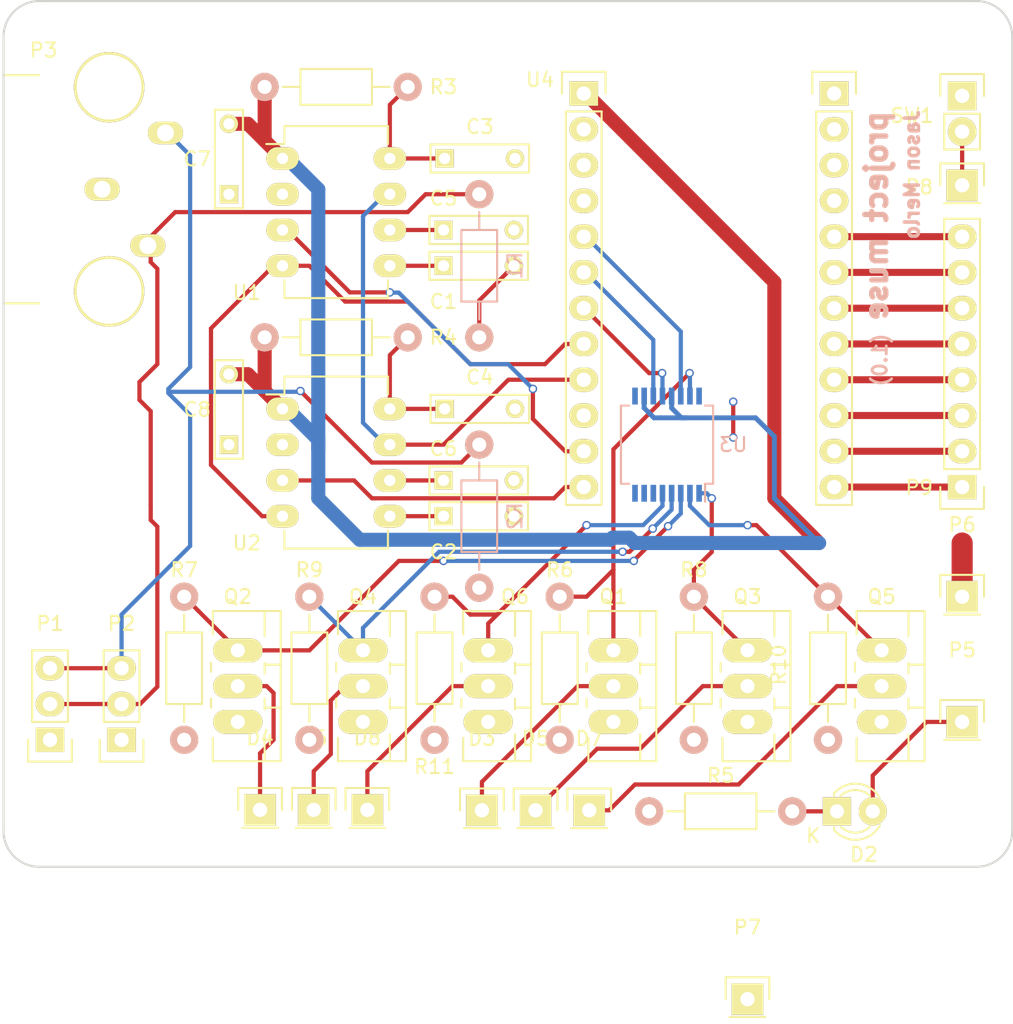
<source format=kicad_pcb>
(kicad_pcb (version 4) (host pcbnew 4.0.0-stable)

  (general
    (links 0)
    (no_connects 28)
    (area 83.617999 70.663999 155.396001 132.282001)
    (thickness 1.6)
    (drawings 11)
    (tracks 247)
    (zones 0)
    (modules 45)
    (nets 54)
  )

  (page A4)
  (layers
    (0 F.Cu mixed)
    (31 B.Cu mixed)
    (32 B.Adhes user)
    (33 F.Adhes user)
    (34 B.Paste user)
    (35 F.Paste user)
    (36 B.SilkS user)
    (37 F.SilkS user)
    (38 B.Mask user)
    (39 F.Mask user)
    (40 Dwgs.User user)
    (41 Cmts.User user)
    (42 Eco1.User user)
    (43 Eco2.User user)
    (44 Edge.Cuts user)
    (45 Margin user)
    (46 B.CrtYd user)
    (47 F.CrtYd user)
    (48 B.Fab user hide)
    (49 F.Fab user hide)
  )

  (setup
    (last_trace_width 0.3)
    (trace_clearance 0.2)
    (zone_clearance 0.508)
    (zone_45_only no)
    (trace_min 0.2)
    (segment_width 0.2)
    (edge_width 0.15)
    (via_size 0.6)
    (via_drill 0.4)
    (via_min_size 0.4)
    (via_min_drill 0.3)
    (uvia_size 0.3)
    (uvia_drill 0.1)
    (uvias_allowed no)
    (uvia_min_size 0.2)
    (uvia_min_drill 0.1)
    (pcb_text_width 0.3)
    (pcb_text_size 1.5 1.5)
    (mod_edge_width 0.15)
    (mod_text_size 1 1)
    (mod_text_width 0.15)
    (pad_size 4.064 4.064)
    (pad_drill 3.17)
    (pad_to_mask_clearance 0.2)
    (aux_axis_origin 0 0)
    (grid_origin 103.505 89.535)
    (visible_elements 7FFFFFFF)
    (pcbplotparams
      (layerselection 0x00030_80000001)
      (usegerberextensions false)
      (excludeedgelayer true)
      (linewidth 0.100000)
      (plotframeref false)
      (viasonmask false)
      (mode 1)
      (useauxorigin false)
      (hpglpennumber 1)
      (hpglpenspeed 20)
      (hpglpendiameter 15)
      (hpglpenoverlay 2)
      (psnegative false)
      (psa4output false)
      (plotreference true)
      (plotvalue true)
      (plotinvisibletext false)
      (padsonsilk false)
      (subtractmaskfromsilk false)
      (outputformat 1)
      (mirror false)
      (drillshape 1)
      (scaleselection 1)
      (outputdirectory ""))
  )

  (net 0 "")
  (net 1 "Net-(C1-Pad1)")
  (net 2 "Net-(C1-Pad2)")
  (net 3 "Net-(C2-Pad1)")
  (net 4 "Net-(C2-Pad2)")
  (net 5 "Net-(C3-Pad1)")
  (net 6 GND)
  (net 7 "Net-(C4-Pad1)")
  (net 8 "Net-(C5-Pad1)")
  (net 9 "Net-(C6-Pad1)")
  (net 10 +5V)
  (net 11 "Net-(D1-Pad2)")
  (net 12 "Net-(D2-Pad1)")
  (net 13 "Net-(D2-Pad2)")
  (net 14 "Net-(D3-Pad1)")
  (net 15 "Net-(D4-Pad1)")
  (net 16 "Net-(D5-Pad1)")
  (net 17 "Net-(D6-Pad1)")
  (net 18 "Net-(D7-Pad1)")
  (net 19 "Net-(D8-Pad1)")
  (net 20 /audio_l)
  (net 21 /audio_r)
  (net 22 "Net-(P8-Pad1)")
  (net 23 /LED_0)
  (net 24 /LED_1)
  (net 25 /LED_2)
  (net 26 /LED_3)
  (net 27 /LED_4)
  (net 28 /LED_5)
  (net 29 /LED_6)
  (net 30 /LED_7)
  (net 31 /LED_0_R)
  (net 32 /LED_1_R)
  (net 33 /LED_0_G)
  (net 34 /LED_1_G)
  (net 35 /LED_0_B)
  (net 36 /LED_1_B)
  (net 37 /Aout_L)
  (net 38 /STROBE)
  (net 39 /RST)
  (net 40 /Aout_R)
  (net 41 /RGB_CLK)
  (net 42 /RGB_LAT)
  (net 43 /RGB_DAT)
  (net 44 "Net-(U3-Pad6)")
  (net 45 "Net-(U3-Pad7)")
  (net 46 "Net-(U3-Pad9)")
  (net 47 VCC)
  (net 48 "Net-(U4-Pad3)")
  (net 49 "Net-(U4-Pad4)")
  (net 50 /PS_ON)
  (net 51 "Net-(U4-Pad24)")
  (net 52 "Net-(U4-Pad22)")
  (net 53 "Net-(U4-Pad23)")

  (net_class Default "This is the default net class."
    (clearance 0.2)
    (trace_width 0.3)
    (via_dia 0.6)
    (via_drill 0.4)
    (uvia_dia 0.3)
    (uvia_drill 0.1)
    (add_net /Aout_L)
    (add_net /Aout_R)
    (add_net /LED_0)
    (add_net /LED_0_B)
    (add_net /LED_0_G)
    (add_net /LED_0_R)
    (add_net /LED_1)
    (add_net /LED_1_B)
    (add_net /LED_1_G)
    (add_net /LED_1_R)
    (add_net /LED_2)
    (add_net /LED_3)
    (add_net /LED_4)
    (add_net /LED_5)
    (add_net /LED_6)
    (add_net /LED_7)
    (add_net /PS_ON)
    (add_net /RGB_CLK)
    (add_net /RGB_DAT)
    (add_net /RGB_LAT)
    (add_net /RST)
    (add_net /STROBE)
    (add_net /audio_l)
    (add_net /audio_r)
    (add_net GND)
    (add_net "Net-(C1-Pad1)")
    (add_net "Net-(C1-Pad2)")
    (add_net "Net-(C2-Pad1)")
    (add_net "Net-(C2-Pad2)")
    (add_net "Net-(C3-Pad1)")
    (add_net "Net-(C4-Pad1)")
    (add_net "Net-(C5-Pad1)")
    (add_net "Net-(C6-Pad1)")
    (add_net "Net-(D1-Pad2)")
    (add_net "Net-(D2-Pad1)")
    (add_net "Net-(D2-Pad2)")
    (add_net "Net-(D3-Pad1)")
    (add_net "Net-(D4-Pad1)")
    (add_net "Net-(D5-Pad1)")
    (add_net "Net-(D6-Pad1)")
    (add_net "Net-(D7-Pad1)")
    (add_net "Net-(D8-Pad1)")
    (add_net "Net-(P8-Pad1)")
    (add_net "Net-(U3-Pad6)")
    (add_net "Net-(U3-Pad7)")
    (add_net "Net-(U3-Pad9)")
    (add_net "Net-(U4-Pad22)")
    (add_net "Net-(U4-Pad23)")
    (add_net "Net-(U4-Pad24)")
    (add_net "Net-(U4-Pad3)")
    (add_net "Net-(U4-Pad4)")
    (add_net VCC)
  )

  (net_class Power ""
    (clearance 0.2)
    (trace_width 1)
    (via_dia 0.6)
    (via_drill 0.4)
    (uvia_dia 0.3)
    (uvia_drill 0.1)
    (add_net +5V)
  )

  (module Pin_Headers:Spark_Core (layer F.Cu) (tedit 5600E060) (tstamp 5600E6AE)
    (at 124.894362 77.305728)
    (descr "Through hole pin header")
    (tags "pin header")
    (path /55FEE4D4)
    (fp_text reference U4 (at -3.101362 -0.978728) (layer F.SilkS)
      (effects (font (size 1 1) (thickness 0.15)))
    )
    (fp_text value Spark_Core (at 8.89 -3.1) (layer F.Fab)
      (effects (font (size 1 1) (thickness 0.15)))
    )
    (fp_line (start -1.75 -1.75) (end -1.75 29.7) (layer F.CrtYd) (width 0.05))
    (fp_line (start 1.75 -1.75) (end 1.75 29.7) (layer F.CrtYd) (width 0.05))
    (fp_line (start -1.75 -1.75) (end 1.75 -1.75) (layer F.CrtYd) (width 0.05))
    (fp_line (start -1.75 29.7) (end 1.75 29.7) (layer F.CrtYd) (width 0.05))
    (fp_line (start 1.27 1.27) (end 1.27 29.21) (layer F.SilkS) (width 0.15))
    (fp_line (start 1.27 29.21) (end -1.27 29.21) (layer F.SilkS) (width 0.15))
    (fp_line (start -1.27 29.21) (end -1.27 1.27) (layer F.SilkS) (width 0.15))
    (fp_line (start 1.55 -1.55) (end 1.55 0) (layer F.SilkS) (width 0.15))
    (fp_line (start 1.27 1.27) (end -1.27 1.27) (layer F.SilkS) (width 0.15))
    (fp_line (start -1.55 0) (end -1.55 -1.55) (layer F.SilkS) (width 0.15))
    (fp_line (start -1.55 -1.55) (end 1.55 -1.55) (layer F.SilkS) (width 0.15))
    (fp_line (start 19.33 -1.55) (end 19.33 0) (layer F.SilkS) (width 0.15))
    (fp_line (start 16.23 0) (end 16.23 -1.55) (layer F.SilkS) (width 0.15))
    (fp_line (start 16.23 -1.55) (end 19.33 -1.55) (layer F.SilkS) (width 0.15))
    (fp_line (start 19.05 1.27) (end 16.51 1.27) (layer F.SilkS) (width 0.15))
    (fp_line (start 16.51 29.21) (end 16.51 1.27) (layer F.SilkS) (width 0.15))
    (fp_line (start 19.05 1.27) (end 19.05 29.21) (layer F.SilkS) (width 0.15))
    (fp_line (start 19.05 29.21) (end 16.51 29.21) (layer F.SilkS) (width 0.15))
    (fp_line (start 16.03 29.7) (end 19.53 29.7) (layer F.CrtYd) (width 0.05))
    (fp_line (start 19.53 -1.75) (end 19.53 29.7) (layer F.CrtYd) (width 0.05))
    (fp_line (start 16.03 -1.75) (end 19.53 -1.75) (layer F.CrtYd) (width 0.05))
    (fp_line (start 16.03 -1.75) (end 16.03 29.7) (layer F.CrtYd) (width 0.05))
    (pad 1 thru_hole rect (at 0 0) (size 2.032 1.7272) (drill 1.016) (layers *.Cu *.Mask F.SilkS)
      (net 10 +5V))
    (pad 2 thru_hole oval (at 0 2.54) (size 2.032 1.7272) (drill 1.016) (layers *.Cu *.Mask F.SilkS)
      (net 6 GND))
    (pad 3 thru_hole oval (at 0 5.08) (size 2.032 1.7272) (drill 1.016) (layers *.Cu *.Mask F.SilkS)
      (net 48 "Net-(U4-Pad3)"))
    (pad 4 thru_hole oval (at 0 7.62) (size 2.032 1.7272) (drill 1.016) (layers *.Cu *.Mask F.SilkS)
      (net 49 "Net-(U4-Pad4)"))
    (pad 5 thru_hole oval (at 0 10.16) (size 2.032 1.7272) (drill 1.016) (layers *.Cu *.Mask F.SilkS)
      (net 43 /RGB_DAT))
    (pad 6 thru_hole oval (at 0 12.7) (size 2.032 1.7272) (drill 1.016) (layers *.Cu *.Mask F.SilkS)
      (net 41 /RGB_CLK))
    (pad 7 thru_hole oval (at 0 15.24) (size 2.032 1.7272) (drill 1.016) (layers *.Cu *.Mask F.SilkS)
      (net 42 /RGB_LAT))
    (pad 8 thru_hole oval (at 0 17.78) (size 2.032 1.7272) (drill 1.016) (layers *.Cu *.Mask F.SilkS)
      (net 38 /STROBE))
    (pad 9 thru_hole oval (at 0 20.32) (size 2.032 1.7272) (drill 1.016) (layers *.Cu *.Mask F.SilkS)
      (net 39 /RST))
    (pad 10 thru_hole oval (at 0 22.86) (size 2.032 1.7272) (drill 1.016) (layers *.Cu *.Mask F.SilkS)
      (net 50 /PS_ON))
    (pad 11 thru_hole oval (at 0 25.4) (size 2.032 1.7272) (drill 1.016) (layers *.Cu *.Mask F.SilkS)
      (net 37 /Aout_L))
    (pad 12 thru_hole oval (at 0 27.94) (size 2.032 1.7272) (drill 1.016) (layers *.Cu *.Mask F.SilkS)
      (net 40 /Aout_R))
    (pad 24 thru_hole rect (at 17.78 0) (size 2.032 1.7272) (drill 1.016) (layers *.Cu *.Mask F.SilkS)
      (net 51 "Net-(U4-Pad24)"))
    (pad 18 thru_hole oval (at 17.78 15.24) (size 2.032 1.7272) (drill 1.016) (layers *.Cu *.Mask F.SilkS)
      (net 28 /LED_5))
    (pad 17 thru_hole oval (at 17.78 17.78) (size 2.032 1.7272) (drill 1.016) (layers *.Cu *.Mask F.SilkS)
      (net 27 /LED_4))
    (pad 19 thru_hole oval (at 17.78 12.7) (size 2.032 1.7272) (drill 1.016) (layers *.Cu *.Mask F.SilkS)
      (net 29 /LED_6))
    (pad 16 thru_hole oval (at 17.78 20.32) (size 2.032 1.7272) (drill 1.016) (layers *.Cu *.Mask F.SilkS)
      (net 26 /LED_3))
    (pad 21 thru_hole oval (at 17.78 7.62) (size 2.032 1.7272) (drill 1.016) (layers *.Cu *.Mask F.SilkS)
      (net 6 GND))
    (pad 22 thru_hole oval (at 17.78 5.08) (size 2.032 1.7272) (drill 1.016) (layers *.Cu *.Mask F.SilkS)
      (net 52 "Net-(U4-Pad22)"))
    (pad 23 thru_hole oval (at 17.78 2.54) (size 2.032 1.7272) (drill 1.016) (layers *.Cu *.Mask F.SilkS)
      (net 53 "Net-(U4-Pad23)"))
    (pad 20 thru_hole oval (at 17.78 10.16) (size 2.032 1.7272) (drill 1.016) (layers *.Cu *.Mask F.SilkS)
      (net 30 /LED_7))
    (pad 14 thru_hole oval (at 17.78 25.4) (size 2.032 1.7272) (drill 1.016) (layers *.Cu *.Mask F.SilkS)
      (net 24 /LED_1))
    (pad 15 thru_hole oval (at 17.78 22.86) (size 2.032 1.7272) (drill 1.016) (layers *.Cu *.Mask F.SilkS)
      (net 25 /LED_2))
    (pad 13 thru_hole oval (at 17.78 27.94) (size 2.032 1.7272) (drill 1.016) (layers *.Cu *.Mask F.SilkS)
      (net 23 /LED_0))
    (model Pin_Headers.3dshapes/Pin_Header_Straight_1x12.wrl
      (at (xyz 0 -0.55 0))
      (scale (xyz 1 1 1))
      (rotate (xyz 0 0 90))
    )
  )

  (module Capacitors_ThroughHole:C_Rect_L7_W2_P5 (layer F.Cu) (tedit 0) (tstamp 5600E549)
    (at 114.935 89.535)
    (descr "Film Capacitor Length 7 x Width 2mm, Pitch 5mm")
    (tags Capacitor)
    (path /55FF0BF3)
    (fp_text reference C1 (at 0 2.54) (layer F.SilkS)
      (effects (font (size 1 1) (thickness 0.15)))
    )
    (fp_text value 0.01uF (at 2.5 2.5) (layer F.Fab)
      (effects (font (size 1 1) (thickness 0.15)))
    )
    (fp_line (start -1.25 -1.25) (end 6.25 -1.25) (layer F.CrtYd) (width 0.05))
    (fp_line (start 6.25 -1.25) (end 6.25 1.25) (layer F.CrtYd) (width 0.05))
    (fp_line (start 6.25 1.25) (end -1.25 1.25) (layer F.CrtYd) (width 0.05))
    (fp_line (start -1.25 1.25) (end -1.25 -1.25) (layer F.CrtYd) (width 0.05))
    (fp_line (start -1 -1) (end 6 -1) (layer F.SilkS) (width 0.15))
    (fp_line (start 6 -1) (end 6 1) (layer F.SilkS) (width 0.15))
    (fp_line (start 6 1) (end -1 1) (layer F.SilkS) (width 0.15))
    (fp_line (start -1 1) (end -1 -1) (layer F.SilkS) (width 0.15))
    (pad 1 thru_hole rect (at 0 0) (size 1.3 1.3) (drill 0.8) (layers *.Cu *.Mask F.SilkS)
      (net 1 "Net-(C1-Pad1)"))
    (pad 2 thru_hole circle (at 5 0) (size 1.3 1.3) (drill 0.8) (layers *.Cu *.Mask F.SilkS)
      (net 2 "Net-(C1-Pad2)"))
    (model Capacitors_ThroughHole.3dshapes/C_Rect_L7_W2_P5.wrl
      (at (xyz 0.098425 0 0))
      (scale (xyz 1 1 1))
      (rotate (xyz 0 0 0))
    )
  )

  (module Capacitors_ThroughHole:C_Rect_L7_W2_P5 (layer F.Cu) (tedit 0) (tstamp 5600E54F)
    (at 114.935 107.315)
    (descr "Film Capacitor Length 7 x Width 2mm, Pitch 5mm")
    (tags Capacitor)
    (path /55FF5CB1)
    (fp_text reference C2 (at 0 2.54) (layer F.SilkS)
      (effects (font (size 1 1) (thickness 0.15)))
    )
    (fp_text value 0.01uF (at 2.5 2.5) (layer F.Fab)
      (effects (font (size 1 1) (thickness 0.15)))
    )
    (fp_line (start -1.25 -1.25) (end 6.25 -1.25) (layer F.CrtYd) (width 0.05))
    (fp_line (start 6.25 -1.25) (end 6.25 1.25) (layer F.CrtYd) (width 0.05))
    (fp_line (start 6.25 1.25) (end -1.25 1.25) (layer F.CrtYd) (width 0.05))
    (fp_line (start -1.25 1.25) (end -1.25 -1.25) (layer F.CrtYd) (width 0.05))
    (fp_line (start -1 -1) (end 6 -1) (layer F.SilkS) (width 0.15))
    (fp_line (start 6 -1) (end 6 1) (layer F.SilkS) (width 0.15))
    (fp_line (start 6 1) (end -1 1) (layer F.SilkS) (width 0.15))
    (fp_line (start -1 1) (end -1 -1) (layer F.SilkS) (width 0.15))
    (pad 1 thru_hole rect (at 0 0) (size 1.3 1.3) (drill 0.8) (layers *.Cu *.Mask F.SilkS)
      (net 3 "Net-(C2-Pad1)"))
    (pad 2 thru_hole circle (at 5 0) (size 1.3 1.3) (drill 0.8) (layers *.Cu *.Mask F.SilkS)
      (net 4 "Net-(C2-Pad2)"))
    (model Capacitors_ThroughHole.3dshapes/C_Rect_L7_W2_P5.wrl
      (at (xyz 0.098425 0 0))
      (scale (xyz 1 1 1))
      (rotate (xyz 0 0 0))
    )
  )

  (module Capacitors_ThroughHole:C_Rect_L7_W2_P5 (layer F.Cu) (tedit 0) (tstamp 5600E555)
    (at 115.015 81.915)
    (descr "Film Capacitor Length 7 x Width 2mm, Pitch 5mm")
    (tags Capacitor)
    (path /55FEFBD7)
    (fp_text reference C3 (at 2.5 -2.25) (layer F.SilkS)
      (effects (font (size 1 1) (thickness 0.15)))
    )
    (fp_text value 33pF (at 2.5 2.5) (layer F.Fab)
      (effects (font (size 1 1) (thickness 0.15)))
    )
    (fp_line (start -1.25 -1.25) (end 6.25 -1.25) (layer F.CrtYd) (width 0.05))
    (fp_line (start 6.25 -1.25) (end 6.25 1.25) (layer F.CrtYd) (width 0.05))
    (fp_line (start 6.25 1.25) (end -1.25 1.25) (layer F.CrtYd) (width 0.05))
    (fp_line (start -1.25 1.25) (end -1.25 -1.25) (layer F.CrtYd) (width 0.05))
    (fp_line (start -1 -1) (end 6 -1) (layer F.SilkS) (width 0.15))
    (fp_line (start 6 -1) (end 6 1) (layer F.SilkS) (width 0.15))
    (fp_line (start 6 1) (end -1 1) (layer F.SilkS) (width 0.15))
    (fp_line (start -1 1) (end -1 -1) (layer F.SilkS) (width 0.15))
    (pad 1 thru_hole rect (at 0 0) (size 1.3 1.3) (drill 0.8) (layers *.Cu *.Mask F.SilkS)
      (net 5 "Net-(C3-Pad1)"))
    (pad 2 thru_hole circle (at 5 0) (size 1.3 1.3) (drill 0.8) (layers *.Cu *.Mask F.SilkS)
      (net 6 GND))
    (model Capacitors_ThroughHole.3dshapes/C_Rect_L7_W2_P5.wrl
      (at (xyz 0.098425 0 0))
      (scale (xyz 1 1 1))
      (rotate (xyz 0 0 0))
    )
  )

  (module Capacitors_ThroughHole:C_Rect_L7_W2_P5 (layer F.Cu) (tedit 0) (tstamp 5600E55B)
    (at 115.015 99.695)
    (descr "Film Capacitor Length 7 x Width 2mm, Pitch 5mm")
    (tags Capacitor)
    (path /55FEF1B3)
    (fp_text reference C4 (at 2.5 -2.25) (layer F.SilkS)
      (effects (font (size 1 1) (thickness 0.15)))
    )
    (fp_text value 33pF (at 2.5 2.5) (layer F.Fab)
      (effects (font (size 1 1) (thickness 0.15)))
    )
    (fp_line (start -1.25 -1.25) (end 6.25 -1.25) (layer F.CrtYd) (width 0.05))
    (fp_line (start 6.25 -1.25) (end 6.25 1.25) (layer F.CrtYd) (width 0.05))
    (fp_line (start 6.25 1.25) (end -1.25 1.25) (layer F.CrtYd) (width 0.05))
    (fp_line (start -1.25 1.25) (end -1.25 -1.25) (layer F.CrtYd) (width 0.05))
    (fp_line (start -1 -1) (end 6 -1) (layer F.SilkS) (width 0.15))
    (fp_line (start 6 -1) (end 6 1) (layer F.SilkS) (width 0.15))
    (fp_line (start 6 1) (end -1 1) (layer F.SilkS) (width 0.15))
    (fp_line (start -1 1) (end -1 -1) (layer F.SilkS) (width 0.15))
    (pad 1 thru_hole rect (at 0 0) (size 1.3 1.3) (drill 0.8) (layers *.Cu *.Mask F.SilkS)
      (net 7 "Net-(C4-Pad1)"))
    (pad 2 thru_hole circle (at 5 0) (size 1.3 1.3) (drill 0.8) (layers *.Cu *.Mask F.SilkS)
      (net 6 GND))
    (model Capacitors_ThroughHole.3dshapes/C_Rect_L7_W2_P5.wrl
      (at (xyz 0.098425 0 0))
      (scale (xyz 1 1 1))
      (rotate (xyz 0 0 0))
    )
  )

  (module Capacitors_ThroughHole:C_Rect_L7_W2_P5 (layer F.Cu) (tedit 0) (tstamp 5600E561)
    (at 114.935 86.995)
    (descr "Film Capacitor Length 7 x Width 2mm, Pitch 5mm")
    (tags Capacitor)
    (path /55FEFBBF)
    (fp_text reference C5 (at 0 -2.25) (layer F.SilkS)
      (effects (font (size 1 1) (thickness 0.15)))
    )
    (fp_text value 0.1uF (at 2.5 2.5) (layer F.Fab)
      (effects (font (size 1 1) (thickness 0.15)))
    )
    (fp_line (start -1.25 -1.25) (end 6.25 -1.25) (layer F.CrtYd) (width 0.05))
    (fp_line (start 6.25 -1.25) (end 6.25 1.25) (layer F.CrtYd) (width 0.05))
    (fp_line (start 6.25 1.25) (end -1.25 1.25) (layer F.CrtYd) (width 0.05))
    (fp_line (start -1.25 1.25) (end -1.25 -1.25) (layer F.CrtYd) (width 0.05))
    (fp_line (start -1 -1) (end 6 -1) (layer F.SilkS) (width 0.15))
    (fp_line (start 6 -1) (end 6 1) (layer F.SilkS) (width 0.15))
    (fp_line (start 6 1) (end -1 1) (layer F.SilkS) (width 0.15))
    (fp_line (start -1 1) (end -1 -1) (layer F.SilkS) (width 0.15))
    (pad 1 thru_hole rect (at 0 0) (size 1.3 1.3) (drill 0.8) (layers *.Cu *.Mask F.SilkS)
      (net 8 "Net-(C5-Pad1)"))
    (pad 2 thru_hole circle (at 5 0) (size 1.3 1.3) (drill 0.8) (layers *.Cu *.Mask F.SilkS)
      (net 6 GND))
    (model Capacitors_ThroughHole.3dshapes/C_Rect_L7_W2_P5.wrl
      (at (xyz 0.098425 0 0))
      (scale (xyz 1 1 1))
      (rotate (xyz 0 0 0))
    )
  )

  (module Capacitors_ThroughHole:C_Rect_L7_W2_P5 (layer F.Cu) (tedit 0) (tstamp 5600E567)
    (at 114.935 104.775)
    (descr "Film Capacitor Length 7 x Width 2mm, Pitch 5mm")
    (tags Capacitor)
    (path /55FEEF59)
    (fp_text reference C6 (at 0 -2.25) (layer F.SilkS)
      (effects (font (size 1 1) (thickness 0.15)))
    )
    (fp_text value 0.1uF (at 2.5 2.5) (layer F.Fab)
      (effects (font (size 1 1) (thickness 0.15)))
    )
    (fp_line (start -1.25 -1.25) (end 6.25 -1.25) (layer F.CrtYd) (width 0.05))
    (fp_line (start 6.25 -1.25) (end 6.25 1.25) (layer F.CrtYd) (width 0.05))
    (fp_line (start 6.25 1.25) (end -1.25 1.25) (layer F.CrtYd) (width 0.05))
    (fp_line (start -1.25 1.25) (end -1.25 -1.25) (layer F.CrtYd) (width 0.05))
    (fp_line (start -1 -1) (end 6 -1) (layer F.SilkS) (width 0.15))
    (fp_line (start 6 -1) (end 6 1) (layer F.SilkS) (width 0.15))
    (fp_line (start 6 1) (end -1 1) (layer F.SilkS) (width 0.15))
    (fp_line (start -1 1) (end -1 -1) (layer F.SilkS) (width 0.15))
    (pad 1 thru_hole rect (at 0 0) (size 1.3 1.3) (drill 0.8) (layers *.Cu *.Mask F.SilkS)
      (net 9 "Net-(C6-Pad1)"))
    (pad 2 thru_hole circle (at 5 0) (size 1.3 1.3) (drill 0.8) (layers *.Cu *.Mask F.SilkS)
      (net 6 GND))
    (model Capacitors_ThroughHole.3dshapes/C_Rect_L7_W2_P5.wrl
      (at (xyz 0.098425 0 0))
      (scale (xyz 1 1 1))
      (rotate (xyz 0 0 0))
    )
  )

  (module Capacitors_ThroughHole:C_Rect_L7_W2_P5 (layer F.Cu) (tedit 0) (tstamp 5600E56D)
    (at 99.695 84.455 90)
    (descr "Film Capacitor Length 7 x Width 2mm, Pitch 5mm")
    (tags Capacitor)
    (path /55FEFDC4)
    (fp_text reference C7 (at 2.5 -2.25 180) (layer F.SilkS)
      (effects (font (size 1 1) (thickness 0.15)))
    )
    (fp_text value 0.1uF (at 2.5 2.5 90) (layer F.Fab)
      (effects (font (size 1 1) (thickness 0.15)))
    )
    (fp_line (start -1.25 -1.25) (end 6.25 -1.25) (layer F.CrtYd) (width 0.05))
    (fp_line (start 6.25 -1.25) (end 6.25 1.25) (layer F.CrtYd) (width 0.05))
    (fp_line (start 6.25 1.25) (end -1.25 1.25) (layer F.CrtYd) (width 0.05))
    (fp_line (start -1.25 1.25) (end -1.25 -1.25) (layer F.CrtYd) (width 0.05))
    (fp_line (start -1 -1) (end 6 -1) (layer F.SilkS) (width 0.15))
    (fp_line (start 6 -1) (end 6 1) (layer F.SilkS) (width 0.15))
    (fp_line (start 6 1) (end -1 1) (layer F.SilkS) (width 0.15))
    (fp_line (start -1 1) (end -1 -1) (layer F.SilkS) (width 0.15))
    (pad 1 thru_hole rect (at 0 0 90) (size 1.3 1.3) (drill 0.8) (layers *.Cu *.Mask F.SilkS)
      (net 6 GND))
    (pad 2 thru_hole circle (at 5 0 90) (size 1.3 1.3) (drill 0.8) (layers *.Cu *.Mask F.SilkS)
      (net 10 +5V))
    (model Capacitors_ThroughHole.3dshapes/C_Rect_L7_W2_P5.wrl
      (at (xyz 0.098425 0 0))
      (scale (xyz 1 1 1))
      (rotate (xyz 0 0 0))
    )
  )

  (module Capacitors_ThroughHole:C_Rect_L7_W2_P5 (layer F.Cu) (tedit 0) (tstamp 5600E573)
    (at 99.695 102.235 90)
    (descr "Film Capacitor Length 7 x Width 2mm, Pitch 5mm")
    (tags Capacitor)
    (path /55FEFD67)
    (fp_text reference C8 (at 2.5 -2.25 180) (layer F.SilkS)
      (effects (font (size 1 1) (thickness 0.15)))
    )
    (fp_text value 0.1uF (at 2.5 2.5 90) (layer F.Fab)
      (effects (font (size 1 1) (thickness 0.15)))
    )
    (fp_line (start -1.25 -1.25) (end 6.25 -1.25) (layer F.CrtYd) (width 0.05))
    (fp_line (start 6.25 -1.25) (end 6.25 1.25) (layer F.CrtYd) (width 0.05))
    (fp_line (start 6.25 1.25) (end -1.25 1.25) (layer F.CrtYd) (width 0.05))
    (fp_line (start -1.25 1.25) (end -1.25 -1.25) (layer F.CrtYd) (width 0.05))
    (fp_line (start -1 -1) (end 6 -1) (layer F.SilkS) (width 0.15))
    (fp_line (start 6 -1) (end 6 1) (layer F.SilkS) (width 0.15))
    (fp_line (start 6 1) (end -1 1) (layer F.SilkS) (width 0.15))
    (fp_line (start -1 1) (end -1 -1) (layer F.SilkS) (width 0.15))
    (pad 1 thru_hole rect (at 0 0 90) (size 1.3 1.3) (drill 0.8) (layers *.Cu *.Mask F.SilkS)
      (net 6 GND))
    (pad 2 thru_hole circle (at 5 0 90) (size 1.3 1.3) (drill 0.8) (layers *.Cu *.Mask F.SilkS)
      (net 10 +5V))
    (model Capacitors_ThroughHole.3dshapes/C_Rect_L7_W2_P5.wrl
      (at (xyz 0.098425 0 0))
      (scale (xyz 1 1 1))
      (rotate (xyz 0 0 0))
    )
  )

  (module Pin_Headers:Pin_Header_Straight_1x03 (layer F.Cu) (tedit 0) (tstamp 5600E5A4)
    (at 86.995 123.19 180)
    (descr "Through hole pin header")
    (tags "pin header")
    (path /55FEF44B)
    (fp_text reference P1 (at 0 8.255 180) (layer F.SilkS)
      (effects (font (size 1 1) (thickness 0.15)))
    )
    (fp_text value 3.5mm_line (at 0 -3.1 180) (layer F.Fab)
      (effects (font (size 1 1) (thickness 0.15)))
    )
    (fp_line (start -1.75 -1.75) (end -1.75 6.85) (layer F.CrtYd) (width 0.05))
    (fp_line (start 1.75 -1.75) (end 1.75 6.85) (layer F.CrtYd) (width 0.05))
    (fp_line (start -1.75 -1.75) (end 1.75 -1.75) (layer F.CrtYd) (width 0.05))
    (fp_line (start -1.75 6.85) (end 1.75 6.85) (layer F.CrtYd) (width 0.05))
    (fp_line (start -1.27 1.27) (end -1.27 6.35) (layer F.SilkS) (width 0.15))
    (fp_line (start -1.27 6.35) (end 1.27 6.35) (layer F.SilkS) (width 0.15))
    (fp_line (start 1.27 6.35) (end 1.27 1.27) (layer F.SilkS) (width 0.15))
    (fp_line (start 1.55 -1.55) (end 1.55 0) (layer F.SilkS) (width 0.15))
    (fp_line (start 1.27 1.27) (end -1.27 1.27) (layer F.SilkS) (width 0.15))
    (fp_line (start -1.55 0) (end -1.55 -1.55) (layer F.SilkS) (width 0.15))
    (fp_line (start -1.55 -1.55) (end 1.55 -1.55) (layer F.SilkS) (width 0.15))
    (pad 1 thru_hole rect (at 0 0 180) (size 2.032 1.7272) (drill 1.016) (layers *.Cu *.Mask F.SilkS)
      (net 6 GND))
    (pad 2 thru_hole oval (at 0 2.54 180) (size 2.032 1.7272) (drill 1.016) (layers *.Cu *.Mask F.SilkS)
      (net 20 /audio_l))
    (pad 3 thru_hole oval (at 0 5.08 180) (size 2.032 1.7272) (drill 1.016) (layers *.Cu *.Mask F.SilkS)
      (net 21 /audio_r))
    (model Pin_Headers.3dshapes/Pin_Header_Straight_1x03.wrl
      (at (xyz 0 -0.1 0))
      (scale (xyz 1 1 1))
      (rotate (xyz 0 0 90))
    )
  )

  (module Pin_Headers:Pin_Header_Straight_1x03 (layer F.Cu) (tedit 0) (tstamp 5600E5AB)
    (at 92.075 123.19 180)
    (descr "Through hole pin header")
    (tags "pin header")
    (path /55FEF55E)
    (fp_text reference P2 (at 0 8.255 180) (layer F.SilkS)
      (effects (font (size 1 1) (thickness 0.15)))
    )
    (fp_text value 3.5mm_line (at 0 -3.1 180) (layer F.Fab)
      (effects (font (size 1 1) (thickness 0.15)))
    )
    (fp_line (start -1.75 -1.75) (end -1.75 6.85) (layer F.CrtYd) (width 0.05))
    (fp_line (start 1.75 -1.75) (end 1.75 6.85) (layer F.CrtYd) (width 0.05))
    (fp_line (start -1.75 -1.75) (end 1.75 -1.75) (layer F.CrtYd) (width 0.05))
    (fp_line (start -1.75 6.85) (end 1.75 6.85) (layer F.CrtYd) (width 0.05))
    (fp_line (start -1.27 1.27) (end -1.27 6.35) (layer F.SilkS) (width 0.15))
    (fp_line (start -1.27 6.35) (end 1.27 6.35) (layer F.SilkS) (width 0.15))
    (fp_line (start 1.27 6.35) (end 1.27 1.27) (layer F.SilkS) (width 0.15))
    (fp_line (start 1.55 -1.55) (end 1.55 0) (layer F.SilkS) (width 0.15))
    (fp_line (start 1.27 1.27) (end -1.27 1.27) (layer F.SilkS) (width 0.15))
    (fp_line (start -1.55 0) (end -1.55 -1.55) (layer F.SilkS) (width 0.15))
    (fp_line (start -1.55 -1.55) (end 1.55 -1.55) (layer F.SilkS) (width 0.15))
    (pad 1 thru_hole rect (at 0 0 180) (size 2.032 1.7272) (drill 1.016) (layers *.Cu *.Mask F.SilkS)
      (net 6 GND))
    (pad 2 thru_hole oval (at 0 2.54 180) (size 2.032 1.7272) (drill 1.016) (layers *.Cu *.Mask F.SilkS)
      (net 20 /audio_l))
    (pad 3 thru_hole oval (at 0 5.08 180) (size 2.032 1.7272) (drill 1.016) (layers *.Cu *.Mask F.SilkS)
      (net 21 /audio_r))
    (model Pin_Headers.3dshapes/Pin_Header_Straight_1x03.wrl
      (at (xyz 0 -0.1 0))
      (scale (xyz 1 1 1))
      (rotate (xyz 0 0 90))
    )
  )

  (module Pin_Headers:Pin_Header_Straight_1x01 (layer F.Cu) (tedit 54EA08DC) (tstamp 5600E5D7)
    (at 151.765 83.82)
    (descr "Through hole pin header")
    (tags "pin header")
    (path /55FFD439)
    (fp_text reference P8 (at -3.048 0.127) (layer F.SilkS)
      (effects (font (size 1 1) (thickness 0.15)))
    )
    (fp_text value ATX_PS_ON (at 0 -3.1) (layer F.Fab)
      (effects (font (size 1 1) (thickness 0.15)))
    )
    (fp_line (start 1.55 -1.55) (end 1.55 0) (layer F.SilkS) (width 0.15))
    (fp_line (start -1.75 -1.75) (end -1.75 1.75) (layer F.CrtYd) (width 0.05))
    (fp_line (start 1.75 -1.75) (end 1.75 1.75) (layer F.CrtYd) (width 0.05))
    (fp_line (start -1.75 -1.75) (end 1.75 -1.75) (layer F.CrtYd) (width 0.05))
    (fp_line (start -1.75 1.75) (end 1.75 1.75) (layer F.CrtYd) (width 0.05))
    (fp_line (start -1.55 0) (end -1.55 -1.55) (layer F.SilkS) (width 0.15))
    (fp_line (start -1.55 -1.55) (end 1.55 -1.55) (layer F.SilkS) (width 0.15))
    (fp_line (start -1.27 1.27) (end 1.27 1.27) (layer F.SilkS) (width 0.15))
    (pad 1 thru_hole rect (at 0 0) (size 2.2352 2.2352) (drill 1.016) (layers *.Cu *.Mask F.SilkS)
      (net 22 "Net-(P8-Pad1)"))
    (model Pin_Headers.3dshapes/Pin_Header_Straight_1x01.wrl
      (at (xyz 0 0 0))
      (scale (xyz 1 1 1))
      (rotate (xyz 0 0 90))
    )
  )

  (module Pin_Headers:Pin_Header_Straight_1x08 (layer F.Cu) (tedit 0) (tstamp 5600E5E3)
    (at 151.765 105.245728 180)
    (descr "Through hole pin header")
    (tags "pin header")
    (path /55FFBAFD)
    (fp_text reference P9 (at 3.048 -0.037272 180) (layer F.SilkS)
      (effects (font (size 1 1) (thickness 0.15)))
    )
    (fp_text value LED_Signal (at 0 -3.1 180) (layer F.Fab)
      (effects (font (size 1 1) (thickness 0.15)))
    )
    (fp_line (start -1.75 -1.75) (end -1.75 19.55) (layer F.CrtYd) (width 0.05))
    (fp_line (start 1.75 -1.75) (end 1.75 19.55) (layer F.CrtYd) (width 0.05))
    (fp_line (start -1.75 -1.75) (end 1.75 -1.75) (layer F.CrtYd) (width 0.05))
    (fp_line (start -1.75 19.55) (end 1.75 19.55) (layer F.CrtYd) (width 0.05))
    (fp_line (start 1.27 1.27) (end 1.27 19.05) (layer F.SilkS) (width 0.15))
    (fp_line (start 1.27 19.05) (end -1.27 19.05) (layer F.SilkS) (width 0.15))
    (fp_line (start -1.27 19.05) (end -1.27 1.27) (layer F.SilkS) (width 0.15))
    (fp_line (start 1.55 -1.55) (end 1.55 0) (layer F.SilkS) (width 0.15))
    (fp_line (start 1.27 1.27) (end -1.27 1.27) (layer F.SilkS) (width 0.15))
    (fp_line (start -1.55 0) (end -1.55 -1.55) (layer F.SilkS) (width 0.15))
    (fp_line (start -1.55 -1.55) (end 1.55 -1.55) (layer F.SilkS) (width 0.15))
    (pad 1 thru_hole rect (at 0 0 180) (size 2.032 1.7272) (drill 1.016) (layers *.Cu *.Mask F.SilkS)
      (net 23 /LED_0))
    (pad 2 thru_hole oval (at 0 2.54 180) (size 2.032 1.7272) (drill 1.016) (layers *.Cu *.Mask F.SilkS)
      (net 24 /LED_1))
    (pad 3 thru_hole oval (at 0 5.08 180) (size 2.032 1.7272) (drill 1.016) (layers *.Cu *.Mask F.SilkS)
      (net 25 /LED_2))
    (pad 4 thru_hole oval (at 0 7.62 180) (size 2.032 1.7272) (drill 1.016) (layers *.Cu *.Mask F.SilkS)
      (net 26 /LED_3))
    (pad 5 thru_hole oval (at 0 10.16 180) (size 2.032 1.7272) (drill 1.016) (layers *.Cu *.Mask F.SilkS)
      (net 27 /LED_4))
    (pad 6 thru_hole oval (at 0 12.7 180) (size 2.032 1.7272) (drill 1.016) (layers *.Cu *.Mask F.SilkS)
      (net 28 /LED_5))
    (pad 7 thru_hole oval (at 0 15.24 180) (size 2.032 1.7272) (drill 1.016) (layers *.Cu *.Mask F.SilkS)
      (net 29 /LED_6))
    (pad 8 thru_hole oval (at 0 17.78 180) (size 2.032 1.7272) (drill 1.016) (layers *.Cu *.Mask F.SilkS)
      (net 30 /LED_7))
    (model Pin_Headers.3dshapes/Pin_Header_Straight_1x08.wrl
      (at (xyz 0 -0.35 0))
      (scale (xyz 1 1 1))
      (rotate (xyz 0 0 90))
    )
  )

  (module Resistors_ThroughHole:Resistor_Horizontal_RM10mm (layer B.Cu) (tedit 53F56209) (tstamp 5600E619)
    (at 117.475 89.535 90)
    (descr "Resistor, Axial,  RM 10mm, 1/3W,")
    (tags "Resistor, Axial, RM 10mm, 1/3W,")
    (path /55FF0A1E)
    (fp_text reference R1 (at 0 2.54 90) (layer B.SilkS)
      (effects (font (size 1 1) (thickness 0.15)) (justify mirror))
    )
    (fp_text value 22k (at 3.81 -3.81 90) (layer B.Fab)
      (effects (font (size 1 1) (thickness 0.15)) (justify mirror))
    )
    (fp_line (start -2.54 1.27) (end 2.54 1.27) (layer B.SilkS) (width 0.15))
    (fp_line (start 2.54 1.27) (end 2.54 -1.27) (layer B.SilkS) (width 0.15))
    (fp_line (start 2.54 -1.27) (end -2.54 -1.27) (layer B.SilkS) (width 0.15))
    (fp_line (start -2.54 -1.27) (end -2.54 1.27) (layer B.SilkS) (width 0.15))
    (fp_line (start -2.54 0) (end -3.81 0) (layer B.SilkS) (width 0.15))
    (fp_line (start 2.54 0) (end 3.81 0) (layer B.SilkS) (width 0.15))
    (pad 1 thru_hole circle (at -5.08 0 90) (size 1.99898 1.99898) (drill 1.00076) (layers *.Cu *.SilkS *.Mask)
      (net 2 "Net-(C1-Pad2)"))
    (pad 2 thru_hole circle (at 5.08 0 90) (size 1.99898 1.99898) (drill 1.00076) (layers *.Cu *.SilkS *.Mask)
      (net 20 /audio_l))
    (model Resistors_ThroughHole.3dshapes/Resistor_Horizontal_RM10mm.wrl
      (at (xyz 0 0 0))
      (scale (xyz 0.4 0.4 0.4))
      (rotate (xyz 0 0 0))
    )
  )

  (module Resistors_ThroughHole:Resistor_Horizontal_RM10mm (layer B.Cu) (tedit 53F56209) (tstamp 5600E61F)
    (at 117.475 107.315 90)
    (descr "Resistor, Axial,  RM 10mm, 1/3W,")
    (tags "Resistor, Axial, RM 10mm, 1/3W,")
    (path /55FF5CAB)
    (fp_text reference R2 (at 0 2.54 90) (layer B.SilkS)
      (effects (font (size 1 1) (thickness 0.15)) (justify mirror))
    )
    (fp_text value 22k (at 3.81 -3.81 90) (layer B.Fab)
      (effects (font (size 1 1) (thickness 0.15)) (justify mirror))
    )
    (fp_line (start -2.54 1.27) (end 2.54 1.27) (layer B.SilkS) (width 0.15))
    (fp_line (start 2.54 1.27) (end 2.54 -1.27) (layer B.SilkS) (width 0.15))
    (fp_line (start 2.54 -1.27) (end -2.54 -1.27) (layer B.SilkS) (width 0.15))
    (fp_line (start -2.54 -1.27) (end -2.54 1.27) (layer B.SilkS) (width 0.15))
    (fp_line (start -2.54 0) (end -3.81 0) (layer B.SilkS) (width 0.15))
    (fp_line (start 2.54 0) (end 3.81 0) (layer B.SilkS) (width 0.15))
    (pad 1 thru_hole circle (at -5.08 0 90) (size 1.99898 1.99898) (drill 1.00076) (layers *.Cu *.SilkS *.Mask)
      (net 4 "Net-(C2-Pad2)"))
    (pad 2 thru_hole circle (at 5.08 0 90) (size 1.99898 1.99898) (drill 1.00076) (layers *.Cu *.SilkS *.Mask)
      (net 21 /audio_r))
    (model Resistors_ThroughHole.3dshapes/Resistor_Horizontal_RM10mm.wrl
      (at (xyz 0 0 0))
      (scale (xyz 0.4 0.4 0.4))
      (rotate (xyz 0 0 0))
    )
  )

  (module Resistors_ThroughHole:Resistor_Horizontal_RM10mm (layer F.Cu) (tedit 53F56209) (tstamp 5600E625)
    (at 107.315 76.835 180)
    (descr "Resistor, Axial,  RM 10mm, 1/3W,")
    (tags "Resistor, Axial, RM 10mm, 1/3W,")
    (path /55FEFBE7)
    (fp_text reference R3 (at -7.62 0 180) (layer F.SilkS)
      (effects (font (size 1 1) (thickness 0.15)))
    )
    (fp_text value 200k (at 3.81 3.81 180) (layer F.Fab)
      (effects (font (size 1 1) (thickness 0.15)))
    )
    (fp_line (start -2.54 -1.27) (end 2.54 -1.27) (layer F.SilkS) (width 0.15))
    (fp_line (start 2.54 -1.27) (end 2.54 1.27) (layer F.SilkS) (width 0.15))
    (fp_line (start 2.54 1.27) (end -2.54 1.27) (layer F.SilkS) (width 0.15))
    (fp_line (start -2.54 1.27) (end -2.54 -1.27) (layer F.SilkS) (width 0.15))
    (fp_line (start -2.54 0) (end -3.81 0) (layer F.SilkS) (width 0.15))
    (fp_line (start 2.54 0) (end 3.81 0) (layer F.SilkS) (width 0.15))
    (pad 1 thru_hole circle (at -5.08 0 180) (size 1.99898 1.99898) (drill 1.00076) (layers *.Cu *.SilkS *.Mask)
      (net 5 "Net-(C3-Pad1)"))
    (pad 2 thru_hole circle (at 5.08 0 180) (size 1.99898 1.99898) (drill 1.00076) (layers *.Cu *.SilkS *.Mask)
      (net 10 +5V))
    (model Resistors_ThroughHole.3dshapes/Resistor_Horizontal_RM10mm.wrl
      (at (xyz 0 0 0))
      (scale (xyz 0.4 0.4 0.4))
      (rotate (xyz 0 0 0))
    )
  )

  (module Resistors_ThroughHole:Resistor_Horizontal_RM10mm (layer F.Cu) (tedit 53F56209) (tstamp 5600E62B)
    (at 107.315 94.615 180)
    (descr "Resistor, Axial,  RM 10mm, 1/3W,")
    (tags "Resistor, Axial, RM 10mm, 1/3W,")
    (path /55FEF28C)
    (fp_text reference R4 (at -7.62 0 180) (layer F.SilkS)
      (effects (font (size 1 1) (thickness 0.15)))
    )
    (fp_text value 200k (at 3.81 3.81 180) (layer F.Fab)
      (effects (font (size 1 1) (thickness 0.15)))
    )
    (fp_line (start -2.54 -1.27) (end 2.54 -1.27) (layer F.SilkS) (width 0.15))
    (fp_line (start 2.54 -1.27) (end 2.54 1.27) (layer F.SilkS) (width 0.15))
    (fp_line (start 2.54 1.27) (end -2.54 1.27) (layer F.SilkS) (width 0.15))
    (fp_line (start -2.54 1.27) (end -2.54 -1.27) (layer F.SilkS) (width 0.15))
    (fp_line (start -2.54 0) (end -3.81 0) (layer F.SilkS) (width 0.15))
    (fp_line (start 2.54 0) (end 3.81 0) (layer F.SilkS) (width 0.15))
    (pad 1 thru_hole circle (at -5.08 0 180) (size 1.99898 1.99898) (drill 1.00076) (layers *.Cu *.SilkS *.Mask)
      (net 7 "Net-(C4-Pad1)"))
    (pad 2 thru_hole circle (at 5.08 0 180) (size 1.99898 1.99898) (drill 1.00076) (layers *.Cu *.SilkS *.Mask)
      (net 10 +5V))
    (model Resistors_ThroughHole.3dshapes/Resistor_Horizontal_RM10mm.wrl
      (at (xyz 0 0 0))
      (scale (xyz 0.4 0.4 0.4))
      (rotate (xyz 0 0 0))
    )
  )

  (module Resistors_ThroughHole:Resistor_Horizontal_RM10mm (layer F.Cu) (tedit 53F56209) (tstamp 5600E631)
    (at 134.62 128.27)
    (descr "Resistor, Axial,  RM 10mm, 1/3W,")
    (tags "Resistor, Axial, RM 10mm, 1/3W,")
    (path /55FFDDBC)
    (fp_text reference R5 (at 0 -2.54) (layer F.SilkS)
      (effects (font (size 1 1) (thickness 0.15)))
    )
    (fp_text value 470 (at 3.81 3.81) (layer F.Fab)
      (effects (font (size 1 1) (thickness 0.15)))
    )
    (fp_line (start -2.54 -1.27) (end 2.54 -1.27) (layer F.SilkS) (width 0.15))
    (fp_line (start 2.54 -1.27) (end 2.54 1.27) (layer F.SilkS) (width 0.15))
    (fp_line (start 2.54 1.27) (end -2.54 1.27) (layer F.SilkS) (width 0.15))
    (fp_line (start -2.54 1.27) (end -2.54 -1.27) (layer F.SilkS) (width 0.15))
    (fp_line (start -2.54 0) (end -3.81 0) (layer F.SilkS) (width 0.15))
    (fp_line (start 2.54 0) (end 3.81 0) (layer F.SilkS) (width 0.15))
    (pad 1 thru_hole circle (at -5.08 0) (size 1.99898 1.99898) (drill 1.00076) (layers *.Cu *.SilkS *.Mask)
      (net 6 GND))
    (pad 2 thru_hole circle (at 5.08 0) (size 1.99898 1.99898) (drill 1.00076) (layers *.Cu *.SilkS *.Mask)
      (net 12 "Net-(D2-Pad1)"))
    (model Resistors_ThroughHole.3dshapes/Resistor_Horizontal_RM10mm.wrl
      (at (xyz 0 0 0))
      (scale (xyz 0.4 0.4 0.4))
      (rotate (xyz 0 0 0))
    )
  )

  (module Resistors_ThroughHole:Resistor_Horizontal_RM10mm (layer F.Cu) (tedit 53F56209) (tstamp 5600E637)
    (at 123.19 118.11 90)
    (descr "Resistor, Axial,  RM 10mm, 1/3W,")
    (tags "Resistor, Axial, RM 10mm, 1/3W,")
    (path /55FF537D)
    (fp_text reference R6 (at 6.985 0 180) (layer F.SilkS)
      (effects (font (size 1 1) (thickness 0.15)))
    )
    (fp_text value 10k (at 3.81 3.81 90) (layer F.Fab)
      (effects (font (size 1 1) (thickness 0.15)))
    )
    (fp_line (start -2.54 -1.27) (end 2.54 -1.27) (layer F.SilkS) (width 0.15))
    (fp_line (start 2.54 -1.27) (end 2.54 1.27) (layer F.SilkS) (width 0.15))
    (fp_line (start 2.54 1.27) (end -2.54 1.27) (layer F.SilkS) (width 0.15))
    (fp_line (start -2.54 1.27) (end -2.54 -1.27) (layer F.SilkS) (width 0.15))
    (fp_line (start -2.54 0) (end -3.81 0) (layer F.SilkS) (width 0.15))
    (fp_line (start 2.54 0) (end 3.81 0) (layer F.SilkS) (width 0.15))
    (pad 1 thru_hole circle (at -5.08 0 90) (size 1.99898 1.99898) (drill 1.00076) (layers *.Cu *.SilkS *.Mask)
      (net 6 GND))
    (pad 2 thru_hole circle (at 5.08 0 90) (size 1.99898 1.99898) (drill 1.00076) (layers *.Cu *.SilkS *.Mask)
      (net 31 /LED_0_R))
    (model Resistors_ThroughHole.3dshapes/Resistor_Horizontal_RM10mm.wrl
      (at (xyz 0 0 0))
      (scale (xyz 0.4 0.4 0.4))
      (rotate (xyz 0 0 0))
    )
  )

  (module Resistors_ThroughHole:Resistor_Horizontal_RM10mm (layer F.Cu) (tedit 53F56209) (tstamp 5600E63D)
    (at 96.52 118.11 90)
    (descr "Resistor, Axial,  RM 10mm, 1/3W,")
    (tags "Resistor, Axial, RM 10mm, 1/3W,")
    (path /55FF3605)
    (fp_text reference R7 (at 6.985 0 180) (layer F.SilkS)
      (effects (font (size 1 1) (thickness 0.15)))
    )
    (fp_text value 10k (at 3.81 3.81 90) (layer F.Fab)
      (effects (font (size 1 1) (thickness 0.15)))
    )
    (fp_line (start -2.54 -1.27) (end 2.54 -1.27) (layer F.SilkS) (width 0.15))
    (fp_line (start 2.54 -1.27) (end 2.54 1.27) (layer F.SilkS) (width 0.15))
    (fp_line (start 2.54 1.27) (end -2.54 1.27) (layer F.SilkS) (width 0.15))
    (fp_line (start -2.54 1.27) (end -2.54 -1.27) (layer F.SilkS) (width 0.15))
    (fp_line (start -2.54 0) (end -3.81 0) (layer F.SilkS) (width 0.15))
    (fp_line (start 2.54 0) (end 3.81 0) (layer F.SilkS) (width 0.15))
    (pad 1 thru_hole circle (at -5.08 0 90) (size 1.99898 1.99898) (drill 1.00076) (layers *.Cu *.SilkS *.Mask)
      (net 6 GND))
    (pad 2 thru_hole circle (at 5.08 0 90) (size 1.99898 1.99898) (drill 1.00076) (layers *.Cu *.SilkS *.Mask)
      (net 32 /LED_1_R))
    (model Resistors_ThroughHole.3dshapes/Resistor_Horizontal_RM10mm.wrl
      (at (xyz 0 0 0))
      (scale (xyz 0.4 0.4 0.4))
      (rotate (xyz 0 0 0))
    )
  )

  (module Resistors_ThroughHole:Resistor_Horizontal_RM10mm (layer F.Cu) (tedit 53F56209) (tstamp 5600E643)
    (at 132.715 118.11 90)
    (descr "Resistor, Axial,  RM 10mm, 1/3W,")
    (tags "Resistor, Axial, RM 10mm, 1/3W,")
    (path /55FF276E)
    (fp_text reference R8 (at 6.985 0 180) (layer F.SilkS)
      (effects (font (size 1 1) (thickness 0.15)))
    )
    (fp_text value 10k (at 3.81 3.81 90) (layer F.Fab)
      (effects (font (size 1 1) (thickness 0.15)))
    )
    (fp_line (start -2.54 -1.27) (end 2.54 -1.27) (layer F.SilkS) (width 0.15))
    (fp_line (start 2.54 -1.27) (end 2.54 1.27) (layer F.SilkS) (width 0.15))
    (fp_line (start 2.54 1.27) (end -2.54 1.27) (layer F.SilkS) (width 0.15))
    (fp_line (start -2.54 1.27) (end -2.54 -1.27) (layer F.SilkS) (width 0.15))
    (fp_line (start -2.54 0) (end -3.81 0) (layer F.SilkS) (width 0.15))
    (fp_line (start 2.54 0) (end 3.81 0) (layer F.SilkS) (width 0.15))
    (pad 1 thru_hole circle (at -5.08 0 90) (size 1.99898 1.99898) (drill 1.00076) (layers *.Cu *.SilkS *.Mask)
      (net 6 GND))
    (pad 2 thru_hole circle (at 5.08 0 90) (size 1.99898 1.99898) (drill 1.00076) (layers *.Cu *.SilkS *.Mask)
      (net 33 /LED_0_G))
    (model Resistors_ThroughHole.3dshapes/Resistor_Horizontal_RM10mm.wrl
      (at (xyz 0 0 0))
      (scale (xyz 0.4 0.4 0.4))
      (rotate (xyz 0 0 0))
    )
  )

  (module Resistors_ThroughHole:Resistor_Horizontal_RM10mm (layer F.Cu) (tedit 53F56209) (tstamp 5600E649)
    (at 105.41 118.11 90)
    (descr "Resistor, Axial,  RM 10mm, 1/3W,")
    (tags "Resistor, Axial, RM 10mm, 1/3W,")
    (path /55FF360B)
    (fp_text reference R9 (at 6.985 0 180) (layer F.SilkS)
      (effects (font (size 1 1) (thickness 0.15)))
    )
    (fp_text value 10k (at 3.81 3.81 90) (layer F.Fab)
      (effects (font (size 1 1) (thickness 0.15)))
    )
    (fp_line (start -2.54 -1.27) (end 2.54 -1.27) (layer F.SilkS) (width 0.15))
    (fp_line (start 2.54 -1.27) (end 2.54 1.27) (layer F.SilkS) (width 0.15))
    (fp_line (start 2.54 1.27) (end -2.54 1.27) (layer F.SilkS) (width 0.15))
    (fp_line (start -2.54 1.27) (end -2.54 -1.27) (layer F.SilkS) (width 0.15))
    (fp_line (start -2.54 0) (end -3.81 0) (layer F.SilkS) (width 0.15))
    (fp_line (start 2.54 0) (end 3.81 0) (layer F.SilkS) (width 0.15))
    (pad 1 thru_hole circle (at -5.08 0 90) (size 1.99898 1.99898) (drill 1.00076) (layers *.Cu *.SilkS *.Mask)
      (net 6 GND))
    (pad 2 thru_hole circle (at 5.08 0 90) (size 1.99898 1.99898) (drill 1.00076) (layers *.Cu *.SilkS *.Mask)
      (net 34 /LED_1_G))
    (model Resistors_ThroughHole.3dshapes/Resistor_Horizontal_RM10mm.wrl
      (at (xyz 0 0 0))
      (scale (xyz 0.4 0.4 0.4))
      (rotate (xyz 0 0 0))
    )
  )

  (module Resistors_ThroughHole:Resistor_Horizontal_RM10mm (layer F.Cu) (tedit 53F56209) (tstamp 5600E64F)
    (at 142.24 118.11 90)
    (descr "Resistor, Axial,  RM 10mm, 1/3W,")
    (tags "Resistor, Axial, RM 10mm, 1/3W,")
    (path /55FF28DA)
    (fp_text reference R10 (at 0.24892 -3.50012 90) (layer F.SilkS)
      (effects (font (size 1 1) (thickness 0.15)))
    )
    (fp_text value 10k (at 3.81 3.81 90) (layer F.Fab)
      (effects (font (size 1 1) (thickness 0.15)))
    )
    (fp_line (start -2.54 -1.27) (end 2.54 -1.27) (layer F.SilkS) (width 0.15))
    (fp_line (start 2.54 -1.27) (end 2.54 1.27) (layer F.SilkS) (width 0.15))
    (fp_line (start 2.54 1.27) (end -2.54 1.27) (layer F.SilkS) (width 0.15))
    (fp_line (start -2.54 1.27) (end -2.54 -1.27) (layer F.SilkS) (width 0.15))
    (fp_line (start -2.54 0) (end -3.81 0) (layer F.SilkS) (width 0.15))
    (fp_line (start 2.54 0) (end 3.81 0) (layer F.SilkS) (width 0.15))
    (pad 1 thru_hole circle (at -5.08 0 90) (size 1.99898 1.99898) (drill 1.00076) (layers *.Cu *.SilkS *.Mask)
      (net 6 GND))
    (pad 2 thru_hole circle (at 5.08 0 90) (size 1.99898 1.99898) (drill 1.00076) (layers *.Cu *.SilkS *.Mask)
      (net 35 /LED_0_B))
    (model Resistors_ThroughHole.3dshapes/Resistor_Horizontal_RM10mm.wrl
      (at (xyz 0 0 0))
      (scale (xyz 0.4 0.4 0.4))
      (rotate (xyz 0 0 0))
    )
  )

  (module Resistors_ThroughHole:Resistor_Horizontal_RM10mm (layer F.Cu) (tedit 53F56209) (tstamp 5600E655)
    (at 114.3 118.11 90)
    (descr "Resistor, Axial,  RM 10mm, 1/3W,")
    (tags "Resistor, Axial, RM 10mm, 1/3W,")
    (path /55FF361E)
    (fp_text reference R11 (at -6.985 0 180) (layer F.SilkS)
      (effects (font (size 1 1) (thickness 0.15)))
    )
    (fp_text value 10k (at 3.81 3.81 90) (layer F.Fab)
      (effects (font (size 1 1) (thickness 0.15)))
    )
    (fp_line (start -2.54 -1.27) (end 2.54 -1.27) (layer F.SilkS) (width 0.15))
    (fp_line (start 2.54 -1.27) (end 2.54 1.27) (layer F.SilkS) (width 0.15))
    (fp_line (start 2.54 1.27) (end -2.54 1.27) (layer F.SilkS) (width 0.15))
    (fp_line (start -2.54 1.27) (end -2.54 -1.27) (layer F.SilkS) (width 0.15))
    (fp_line (start -2.54 0) (end -3.81 0) (layer F.SilkS) (width 0.15))
    (fp_line (start 2.54 0) (end 3.81 0) (layer F.SilkS) (width 0.15))
    (pad 1 thru_hole circle (at -5.08 0 90) (size 1.99898 1.99898) (drill 1.00076) (layers *.Cu *.SilkS *.Mask)
      (net 6 GND))
    (pad 2 thru_hole circle (at 5.08 0 90) (size 1.99898 1.99898) (drill 1.00076) (layers *.Cu *.SilkS *.Mask)
      (net 36 /LED_1_B))
    (model Resistors_ThroughHole.3dshapes/Resistor_Horizontal_RM10mm.wrl
      (at (xyz 0 0 0))
      (scale (xyz 0.4 0.4 0.4))
      (rotate (xyz 0 0 0))
    )
  )

  (module Pin_Headers:Pin_Header_Straight_1x02 (layer F.Cu) (tedit 54EA090C) (tstamp 5600E65B)
    (at 151.765 77.47)
    (descr "Through hole pin header")
    (tags "pin header")
    (path /55FFCA86)
    (fp_text reference SW1 (at -3.556 1.397) (layer F.SilkS)
      (effects (font (size 1 1) (thickness 0.15)))
    )
    (fp_text value PWR_SW (at 0 -3.1) (layer F.Fab)
      (effects (font (size 1 1) (thickness 0.15)))
    )
    (fp_line (start 1.27 1.27) (end 1.27 3.81) (layer F.SilkS) (width 0.15))
    (fp_line (start 1.55 -1.55) (end 1.55 0) (layer F.SilkS) (width 0.15))
    (fp_line (start -1.75 -1.75) (end -1.75 4.3) (layer F.CrtYd) (width 0.05))
    (fp_line (start 1.75 -1.75) (end 1.75 4.3) (layer F.CrtYd) (width 0.05))
    (fp_line (start -1.75 -1.75) (end 1.75 -1.75) (layer F.CrtYd) (width 0.05))
    (fp_line (start -1.75 4.3) (end 1.75 4.3) (layer F.CrtYd) (width 0.05))
    (fp_line (start 1.27 1.27) (end -1.27 1.27) (layer F.SilkS) (width 0.15))
    (fp_line (start -1.55 0) (end -1.55 -1.55) (layer F.SilkS) (width 0.15))
    (fp_line (start -1.55 -1.55) (end 1.55 -1.55) (layer F.SilkS) (width 0.15))
    (fp_line (start -1.27 1.27) (end -1.27 3.81) (layer F.SilkS) (width 0.15))
    (fp_line (start -1.27 3.81) (end 1.27 3.81) (layer F.SilkS) (width 0.15))
    (pad 1 thru_hole rect (at 0 0) (size 2.032 2.032) (drill 1.016) (layers *.Cu *.Mask F.SilkS)
      (net 6 GND))
    (pad 2 thru_hole oval (at 0 2.54) (size 2.032 2.032) (drill 1.016) (layers *.Cu *.Mask F.SilkS)
      (net 22 "Net-(P8-Pad1)"))
    (model Pin_Headers.3dshapes/Pin_Header_Straight_1x02.wrl
      (at (xyz 0 -0.05 0))
      (scale (xyz 1 1 1))
      (rotate (xyz 0 0 90))
    )
  )

  (module Housings_DIP:DIP-8_W7.62mm_LongPads (layer F.Cu) (tedit 54130A77) (tstamp 5600E667)
    (at 103.505 81.915)
    (descr "8-lead dip package, row spacing 7.62 mm (300 mils), longer pads")
    (tags "dil dip 2.54 300")
    (path /55FEFBB8)
    (fp_text reference U1 (at -2.54 9.525) (layer F.SilkS)
      (effects (font (size 1 1) (thickness 0.15)))
    )
    (fp_text value MSGEQ7 (at 0 -3.72) (layer F.Fab)
      (effects (font (size 1 1) (thickness 0.15)))
    )
    (fp_line (start -1.4 -2.45) (end -1.4 10.1) (layer F.CrtYd) (width 0.05))
    (fp_line (start 9 -2.45) (end 9 10.1) (layer F.CrtYd) (width 0.05))
    (fp_line (start -1.4 -2.45) (end 9 -2.45) (layer F.CrtYd) (width 0.05))
    (fp_line (start -1.4 10.1) (end 9 10.1) (layer F.CrtYd) (width 0.05))
    (fp_line (start 0.135 -2.295) (end 0.135 -1.025) (layer F.SilkS) (width 0.15))
    (fp_line (start 7.485 -2.295) (end 7.485 -1.025) (layer F.SilkS) (width 0.15))
    (fp_line (start 7.485 9.915) (end 7.485 8.645) (layer F.SilkS) (width 0.15))
    (fp_line (start 0.135 9.915) (end 0.135 8.645) (layer F.SilkS) (width 0.15))
    (fp_line (start 0.135 -2.295) (end 7.485 -2.295) (layer F.SilkS) (width 0.15))
    (fp_line (start 0.135 9.915) (end 7.485 9.915) (layer F.SilkS) (width 0.15))
    (fp_line (start 0.135 -1.025) (end -1.15 -1.025) (layer F.SilkS) (width 0.15))
    (pad 1 thru_hole oval (at 0 0) (size 2.3 1.6) (drill 0.8) (layers *.Cu *.Mask F.SilkS)
      (net 10 +5V))
    (pad 2 thru_hole oval (at 0 2.54) (size 2.3 1.6) (drill 0.8) (layers *.Cu *.Mask F.SilkS)
      (net 6 GND))
    (pad 3 thru_hole oval (at 0 5.08) (size 2.3 1.6) (drill 0.8) (layers *.Cu *.Mask F.SilkS)
      (net 37 /Aout_L))
    (pad 4 thru_hole oval (at 0 7.62) (size 2.3 1.6) (drill 0.8) (layers *.Cu *.Mask F.SilkS)
      (net 38 /STROBE))
    (pad 5 thru_hole oval (at 7.62 7.62) (size 2.3 1.6) (drill 0.8) (layers *.Cu *.Mask F.SilkS)
      (net 1 "Net-(C1-Pad1)"))
    (pad 6 thru_hole oval (at 7.62 5.08) (size 2.3 1.6) (drill 0.8) (layers *.Cu *.Mask F.SilkS)
      (net 8 "Net-(C5-Pad1)"))
    (pad 7 thru_hole oval (at 7.62 2.54) (size 2.3 1.6) (drill 0.8) (layers *.Cu *.Mask F.SilkS)
      (net 39 /RST))
    (pad 8 thru_hole oval (at 7.62 0) (size 2.3 1.6) (drill 0.8) (layers *.Cu *.Mask F.SilkS)
      (net 5 "Net-(C3-Pad1)"))
    (model Housings_DIP.3dshapes/DIP-8_W7.62mm_LongPads.wrl
      (at (xyz 0 0 0))
      (scale (xyz 1 1 1))
      (rotate (xyz 0 0 0))
    )
  )

  (module Housings_DIP:DIP-8_W7.62mm_LongPads (layer F.Cu) (tedit 54130A77) (tstamp 5600E673)
    (at 103.505 99.695)
    (descr "8-lead dip package, row spacing 7.62 mm (300 mils), longer pads")
    (tags "dil dip 2.54 300")
    (path /55FEEE5E)
    (fp_text reference U2 (at -2.54 9.525) (layer F.SilkS)
      (effects (font (size 1 1) (thickness 0.15)))
    )
    (fp_text value MSGEQ7 (at 0 -3.72) (layer F.Fab)
      (effects (font (size 1 1) (thickness 0.15)))
    )
    (fp_line (start -1.4 -2.45) (end -1.4 10.1) (layer F.CrtYd) (width 0.05))
    (fp_line (start 9 -2.45) (end 9 10.1) (layer F.CrtYd) (width 0.05))
    (fp_line (start -1.4 -2.45) (end 9 -2.45) (layer F.CrtYd) (width 0.05))
    (fp_line (start -1.4 10.1) (end 9 10.1) (layer F.CrtYd) (width 0.05))
    (fp_line (start 0.135 -2.295) (end 0.135 -1.025) (layer F.SilkS) (width 0.15))
    (fp_line (start 7.485 -2.295) (end 7.485 -1.025) (layer F.SilkS) (width 0.15))
    (fp_line (start 7.485 9.915) (end 7.485 8.645) (layer F.SilkS) (width 0.15))
    (fp_line (start 0.135 9.915) (end 0.135 8.645) (layer F.SilkS) (width 0.15))
    (fp_line (start 0.135 -2.295) (end 7.485 -2.295) (layer F.SilkS) (width 0.15))
    (fp_line (start 0.135 9.915) (end 7.485 9.915) (layer F.SilkS) (width 0.15))
    (fp_line (start 0.135 -1.025) (end -1.15 -1.025) (layer F.SilkS) (width 0.15))
    (pad 1 thru_hole oval (at 0 0) (size 2.3 1.6) (drill 0.8) (layers *.Cu *.Mask F.SilkS)
      (net 10 +5V))
    (pad 2 thru_hole oval (at 0 2.54) (size 2.3 1.6) (drill 0.8) (layers *.Cu *.Mask F.SilkS)
      (net 6 GND))
    (pad 3 thru_hole oval (at 0 5.08) (size 2.3 1.6) (drill 0.8) (layers *.Cu *.Mask F.SilkS)
      (net 40 /Aout_R))
    (pad 4 thru_hole oval (at 0 7.62) (size 2.3 1.6) (drill 0.8) (layers *.Cu *.Mask F.SilkS)
      (net 38 /STROBE))
    (pad 5 thru_hole oval (at 7.62 7.62) (size 2.3 1.6) (drill 0.8) (layers *.Cu *.Mask F.SilkS)
      (net 3 "Net-(C2-Pad1)"))
    (pad 6 thru_hole oval (at 7.62 5.08) (size 2.3 1.6) (drill 0.8) (layers *.Cu *.Mask F.SilkS)
      (net 9 "Net-(C6-Pad1)"))
    (pad 7 thru_hole oval (at 7.62 2.54) (size 2.3 1.6) (drill 0.8) (layers *.Cu *.Mask F.SilkS)
      (net 39 /RST))
    (pad 8 thru_hole oval (at 7.62 0) (size 2.3 1.6) (drill 0.8) (layers *.Cu *.Mask F.SilkS)
      (net 7 "Net-(C4-Pad1)"))
    (model Housings_DIP.3dshapes/DIP-8_W7.62mm_LongPads.wrl
      (at (xyz 0 0 0))
      (scale (xyz 1 1 1))
      (rotate (xyz 0 0 0))
    )
  )

  (module Housings_SSOP:SSOP-16_5.3x6.2mm_Pitch0.65mm (layer B.Cu) (tedit 54130A77) (tstamp 5600E687)
    (at 130.81 102.235 90)
    (descr "SSOP16: plastic shrink small outline package; 16 leads; body width 5.3 mm; (see NXP SSOP-TSSOP-VSO-REFLOW.pdf and sot338-1_po.pdf)")
    (tags "SSOP 0.65")
    (path /55FF287F)
    (attr smd)
    (fp_text reference U3 (at 0 4.699 180) (layer B.SilkS)
      (effects (font (size 1 1) (thickness 0.15)) (justify mirror))
    )
    (fp_text value 74LS595 (at 0 -4.2 90) (layer B.Fab)
      (effects (font (size 1 1) (thickness 0.15)) (justify mirror))
    )
    (fp_line (start -4.3 3.45) (end -4.3 -3.45) (layer B.CrtYd) (width 0.05))
    (fp_line (start 4.3 3.45) (end 4.3 -3.45) (layer B.CrtYd) (width 0.05))
    (fp_line (start -4.3 3.45) (end 4.3 3.45) (layer B.CrtYd) (width 0.05))
    (fp_line (start -4.3 -3.45) (end 4.3 -3.45) (layer B.CrtYd) (width 0.05))
    (fp_line (start -2.775 3.275) (end -2.775 2.7) (layer B.SilkS) (width 0.15))
    (fp_line (start 2.775 3.275) (end 2.775 2.7) (layer B.SilkS) (width 0.15))
    (fp_line (start 2.775 -3.275) (end 2.775 -2.7) (layer B.SilkS) (width 0.15))
    (fp_line (start -2.775 -3.275) (end -2.775 -2.7) (layer B.SilkS) (width 0.15))
    (fp_line (start -2.775 3.275) (end 2.775 3.275) (layer B.SilkS) (width 0.15))
    (fp_line (start -2.775 -3.275) (end 2.775 -3.275) (layer B.SilkS) (width 0.15))
    (fp_line (start -2.775 2.7) (end -4.05 2.7) (layer B.SilkS) (width 0.15))
    (pad 1 smd rect (at -3.45 2.275 90) (size 1.2 0.4) (layers B.Cu B.Paste B.Mask)
      (net 33 /LED_0_G))
    (pad 2 smd rect (at -3.45 1.625 90) (size 1.2 0.4) (layers B.Cu B.Paste B.Mask)
      (net 35 /LED_0_B))
    (pad 3 smd rect (at -3.45 0.975 90) (size 1.2 0.4) (layers B.Cu B.Paste B.Mask)
      (net 32 /LED_1_R))
    (pad 4 smd rect (at -3.45 0.325 90) (size 1.2 0.4) (layers B.Cu B.Paste B.Mask)
      (net 34 /LED_1_G))
    (pad 5 smd rect (at -3.45 -0.325 90) (size 1.2 0.4) (layers B.Cu B.Paste B.Mask)
      (net 36 /LED_1_B))
    (pad 6 smd rect (at -3.45 -0.975 90) (size 1.2 0.4) (layers B.Cu B.Paste B.Mask)
      (net 44 "Net-(U3-Pad6)"))
    (pad 7 smd rect (at -3.45 -1.625 90) (size 1.2 0.4) (layers B.Cu B.Paste B.Mask)
      (net 45 "Net-(U3-Pad7)"))
    (pad 8 smd rect (at -3.45 -2.275 90) (size 1.2 0.4) (layers B.Cu B.Paste B.Mask)
      (net 6 GND))
    (pad 9 smd rect (at 3.45 -2.275 90) (size 1.2 0.4) (layers B.Cu B.Paste B.Mask)
      (net 46 "Net-(U3-Pad9)"))
    (pad 10 smd rect (at 3.45 -1.625 90) (size 1.2 0.4) (layers B.Cu B.Paste B.Mask)
      (net 10 +5V))
    (pad 11 smd rect (at 3.45 -0.975 90) (size 1.2 0.4) (layers B.Cu B.Paste B.Mask)
      (net 41 /RGB_CLK))
    (pad 12 smd rect (at 3.45 -0.325 90) (size 1.2 0.4) (layers B.Cu B.Paste B.Mask)
      (net 42 /RGB_LAT))
    (pad 13 smd rect (at 3.45 0.325 90) (size 1.2 0.4) (layers B.Cu B.Paste B.Mask)
      (net 10 +5V))
    (pad 14 smd rect (at 3.45 0.975 90) (size 1.2 0.4) (layers B.Cu B.Paste B.Mask)
      (net 43 /RGB_DAT))
    (pad 15 smd rect (at 3.45 1.625 90) (size 1.2 0.4) (layers B.Cu B.Paste B.Mask)
      (net 31 /LED_0_R))
    (pad 16 smd rect (at 3.45 2.275 90) (size 1.2 0.4) (layers B.Cu B.Paste B.Mask)
      (net 47 VCC))
    (model Housings_SSOP.3dshapes/SSOP-16_5.3x6.2mm_Pitch0.65mm.wrl
      (at (xyz 0 0 0))
      (scale (xyz 1 1 1))
      (rotate (xyz 0 0 0))
    )
  )

  (module Transistors_TO-220:TO-220_Neutral123_Vertical_LargePads (layer F.Cu) (tedit 0) (tstamp 5601B35B)
    (at 100.33 119.38 270)
    (descr "TO-220, Neutral, Vertical, Large Pads,")
    (tags "TO-220, Neutral, Vertical, Large Pads,")
    (path /55FF35CC)
    (fp_text reference Q2 (at -6.35 0 360) (layer F.SilkS)
      (effects (font (size 1 1) (thickness 0.15)))
    )
    (fp_text value FQP30N06L (at 0 3.81 270) (layer F.Fab)
      (effects (font (size 1 1) (thickness 0.15)))
    )
    (fp_line (start 5.334 -1.905) (end 3.429 -1.905) (layer F.SilkS) (width 0.15))
    (fp_line (start 0.889 -1.905) (end 1.651 -1.905) (layer F.SilkS) (width 0.15))
    (fp_line (start -1.524 -1.905) (end -1.651 -1.905) (layer F.SilkS) (width 0.15))
    (fp_line (start -1.524 -1.905) (end -0.889 -1.905) (layer F.SilkS) (width 0.15))
    (fp_line (start -5.334 -1.905) (end -3.556 -1.905) (layer F.SilkS) (width 0.15))
    (fp_line (start -5.334 1.778) (end -3.683 1.778) (layer F.SilkS) (width 0.15))
    (fp_line (start -1.016 1.905) (end -1.651 1.905) (layer F.SilkS) (width 0.15))
    (fp_line (start 1.524 1.905) (end 0.889 1.905) (layer F.SilkS) (width 0.15))
    (fp_line (start 5.334 1.778) (end 3.683 1.778) (layer F.SilkS) (width 0.15))
    (fp_line (start -1.524 -3.048) (end -1.524 -1.905) (layer F.SilkS) (width 0.15))
    (fp_line (start 1.524 -3.048) (end 1.524 -1.905) (layer F.SilkS) (width 0.15))
    (fp_line (start 5.334 -1.905) (end 5.334 1.778) (layer F.SilkS) (width 0.15))
    (fp_line (start -5.334 1.778) (end -5.334 -1.905) (layer F.SilkS) (width 0.15))
    (fp_line (start 5.334 -3.048) (end 5.334 -1.905) (layer F.SilkS) (width 0.15))
    (fp_line (start -5.334 -1.905) (end -5.334 -3.048) (layer F.SilkS) (width 0.15))
    (fp_line (start 0 -3.048) (end -5.334 -3.048) (layer F.SilkS) (width 0.15))
    (fp_line (start 0 -3.048) (end 5.334 -3.048) (layer F.SilkS) (width 0.15))
    (pad 2 thru_hole oval (at 0 0) (size 3.50012 1.69926) (drill 1.00076) (layers *.Cu *.Mask F.SilkS)
      (net 15 "Net-(D4-Pad1)"))
    (pad 1 thru_hole oval (at -2.54 0) (size 3.50012 1.69926) (drill 1.00076) (layers *.Cu *.Mask F.SilkS)
      (net 32 /LED_1_R))
    (pad 3 thru_hole oval (at 2.54 0) (size 3.50012 1.69926) (drill 1.00076) (layers *.Cu *.Mask F.SilkS)
      (net 6 GND))
    (model Transistors_TO-220.3dshapes/TO-220_Neutral123_Vertical_LargePads.wrl
      (at (xyz 0 0 0))
      (scale (xyz 0.3937 0.3937 0.3937))
      (rotate (xyz 0 0 0))
    )
  )

  (module Transistors_TO-220:TO-220_Neutral123_Vertical_LargePads (layer F.Cu) (tedit 0) (tstamp 5601B362)
    (at 109.22 119.38 270)
    (descr "TO-220, Neutral, Vertical, Large Pads,")
    (tags "TO-220, Neutral, Vertical, Large Pads,")
    (path /55FF35C6)
    (fp_text reference Q4 (at -6.35 0 360) (layer F.SilkS)
      (effects (font (size 1 1) (thickness 0.15)))
    )
    (fp_text value FQP30N06L (at 0 3.81 270) (layer F.Fab)
      (effects (font (size 1 1) (thickness 0.15)))
    )
    (fp_line (start 5.334 -1.905) (end 3.429 -1.905) (layer F.SilkS) (width 0.15))
    (fp_line (start 0.889 -1.905) (end 1.651 -1.905) (layer F.SilkS) (width 0.15))
    (fp_line (start -1.524 -1.905) (end -1.651 -1.905) (layer F.SilkS) (width 0.15))
    (fp_line (start -1.524 -1.905) (end -0.889 -1.905) (layer F.SilkS) (width 0.15))
    (fp_line (start -5.334 -1.905) (end -3.556 -1.905) (layer F.SilkS) (width 0.15))
    (fp_line (start -5.334 1.778) (end -3.683 1.778) (layer F.SilkS) (width 0.15))
    (fp_line (start -1.016 1.905) (end -1.651 1.905) (layer F.SilkS) (width 0.15))
    (fp_line (start 1.524 1.905) (end 0.889 1.905) (layer F.SilkS) (width 0.15))
    (fp_line (start 5.334 1.778) (end 3.683 1.778) (layer F.SilkS) (width 0.15))
    (fp_line (start -1.524 -3.048) (end -1.524 -1.905) (layer F.SilkS) (width 0.15))
    (fp_line (start 1.524 -3.048) (end 1.524 -1.905) (layer F.SilkS) (width 0.15))
    (fp_line (start 5.334 -1.905) (end 5.334 1.778) (layer F.SilkS) (width 0.15))
    (fp_line (start -5.334 1.778) (end -5.334 -1.905) (layer F.SilkS) (width 0.15))
    (fp_line (start 5.334 -3.048) (end 5.334 -1.905) (layer F.SilkS) (width 0.15))
    (fp_line (start -5.334 -1.905) (end -5.334 -3.048) (layer F.SilkS) (width 0.15))
    (fp_line (start 0 -3.048) (end -5.334 -3.048) (layer F.SilkS) (width 0.15))
    (fp_line (start 0 -3.048) (end 5.334 -3.048) (layer F.SilkS) (width 0.15))
    (pad 2 thru_hole oval (at 0 0) (size 3.50012 1.69926) (drill 1.00076) (layers *.Cu *.Mask F.SilkS)
      (net 17 "Net-(D6-Pad1)"))
    (pad 1 thru_hole oval (at -2.54 0) (size 3.50012 1.69926) (drill 1.00076) (layers *.Cu *.Mask F.SilkS)
      (net 34 /LED_1_G))
    (pad 3 thru_hole oval (at 2.54 0) (size 3.50012 1.69926) (drill 1.00076) (layers *.Cu *.Mask F.SilkS)
      (net 6 GND))
    (model Transistors_TO-220.3dshapes/TO-220_Neutral123_Vertical_LargePads.wrl
      (at (xyz 0 0 0))
      (scale (xyz 0.3937 0.3937 0.3937))
      (rotate (xyz 0 0 0))
    )
  )

  (module Transistors_TO-220:TO-220_Neutral123_Vertical_LargePads (layer F.Cu) (tedit 0) (tstamp 5601B369)
    (at 118.11 119.38 270)
    (descr "TO-220, Neutral, Vertical, Large Pads,")
    (tags "TO-220, Neutral, Vertical, Large Pads,")
    (path /55FF35E4)
    (fp_text reference Q6 (at -6.35 -1.905 360) (layer F.SilkS)
      (effects (font (size 1 1) (thickness 0.15)))
    )
    (fp_text value FQP30N06L (at 0 3.81 270) (layer F.Fab)
      (effects (font (size 1 1) (thickness 0.15)))
    )
    (fp_line (start 5.334 -1.905) (end 3.429 -1.905) (layer F.SilkS) (width 0.15))
    (fp_line (start 0.889 -1.905) (end 1.651 -1.905) (layer F.SilkS) (width 0.15))
    (fp_line (start -1.524 -1.905) (end -1.651 -1.905) (layer F.SilkS) (width 0.15))
    (fp_line (start -1.524 -1.905) (end -0.889 -1.905) (layer F.SilkS) (width 0.15))
    (fp_line (start -5.334 -1.905) (end -3.556 -1.905) (layer F.SilkS) (width 0.15))
    (fp_line (start -5.334 1.778) (end -3.683 1.778) (layer F.SilkS) (width 0.15))
    (fp_line (start -1.016 1.905) (end -1.651 1.905) (layer F.SilkS) (width 0.15))
    (fp_line (start 1.524 1.905) (end 0.889 1.905) (layer F.SilkS) (width 0.15))
    (fp_line (start 5.334 1.778) (end 3.683 1.778) (layer F.SilkS) (width 0.15))
    (fp_line (start -1.524 -3.048) (end -1.524 -1.905) (layer F.SilkS) (width 0.15))
    (fp_line (start 1.524 -3.048) (end 1.524 -1.905) (layer F.SilkS) (width 0.15))
    (fp_line (start 5.334 -1.905) (end 5.334 1.778) (layer F.SilkS) (width 0.15))
    (fp_line (start -5.334 1.778) (end -5.334 -1.905) (layer F.SilkS) (width 0.15))
    (fp_line (start 5.334 -3.048) (end 5.334 -1.905) (layer F.SilkS) (width 0.15))
    (fp_line (start -5.334 -1.905) (end -5.334 -3.048) (layer F.SilkS) (width 0.15))
    (fp_line (start 0 -3.048) (end -5.334 -3.048) (layer F.SilkS) (width 0.15))
    (fp_line (start 0 -3.048) (end 5.334 -3.048) (layer F.SilkS) (width 0.15))
    (pad 2 thru_hole oval (at 0 0) (size 3.50012 1.69926) (drill 1.00076) (layers *.Cu *.Mask F.SilkS)
      (net 19 "Net-(D8-Pad1)"))
    (pad 1 thru_hole oval (at -2.54 0) (size 3.50012 1.69926) (drill 1.00076) (layers *.Cu *.Mask F.SilkS)
      (net 36 /LED_1_B))
    (pad 3 thru_hole oval (at 2.54 0) (size 3.50012 1.69926) (drill 1.00076) (layers *.Cu *.Mask F.SilkS)
      (net 6 GND))
    (model Transistors_TO-220.3dshapes/TO-220_Neutral123_Vertical_LargePads.wrl
      (at (xyz 0 0 0))
      (scale (xyz 0.3937 0.3937 0.3937))
      (rotate (xyz 0 0 0))
    )
  )

  (module Transistors_TO-220:TO-220_Neutral123_Vertical_LargePads (layer F.Cu) (tedit 0) (tstamp 5601B498)
    (at 127 119.38 270)
    (descr "TO-220, Neutral, Vertical, Large Pads,")
    (tags "TO-220, Neutral, Vertical, Large Pads,")
    (path /55FF35C8)
    (fp_text reference Q1 (at -6.35 0 360) (layer F.SilkS)
      (effects (font (size 1 1) (thickness 0.15)))
    )
    (fp_text value FQP30N06L (at 0 3.81 270) (layer F.Fab)
      (effects (font (size 1 1) (thickness 0.15)))
    )
    (fp_line (start 5.334 -1.905) (end 3.429 -1.905) (layer F.SilkS) (width 0.15))
    (fp_line (start 0.889 -1.905) (end 1.651 -1.905) (layer F.SilkS) (width 0.15))
    (fp_line (start -1.524 -1.905) (end -1.651 -1.905) (layer F.SilkS) (width 0.15))
    (fp_line (start -1.524 -1.905) (end -0.889 -1.905) (layer F.SilkS) (width 0.15))
    (fp_line (start -5.334 -1.905) (end -3.556 -1.905) (layer F.SilkS) (width 0.15))
    (fp_line (start -5.334 1.778) (end -3.683 1.778) (layer F.SilkS) (width 0.15))
    (fp_line (start -1.016 1.905) (end -1.651 1.905) (layer F.SilkS) (width 0.15))
    (fp_line (start 1.524 1.905) (end 0.889 1.905) (layer F.SilkS) (width 0.15))
    (fp_line (start 5.334 1.778) (end 3.683 1.778) (layer F.SilkS) (width 0.15))
    (fp_line (start -1.524 -3.048) (end -1.524 -1.905) (layer F.SilkS) (width 0.15))
    (fp_line (start 1.524 -3.048) (end 1.524 -1.905) (layer F.SilkS) (width 0.15))
    (fp_line (start 5.334 -1.905) (end 5.334 1.778) (layer F.SilkS) (width 0.15))
    (fp_line (start -5.334 1.778) (end -5.334 -1.905) (layer F.SilkS) (width 0.15))
    (fp_line (start 5.334 -3.048) (end 5.334 -1.905) (layer F.SilkS) (width 0.15))
    (fp_line (start -5.334 -1.905) (end -5.334 -3.048) (layer F.SilkS) (width 0.15))
    (fp_line (start 0 -3.048) (end -5.334 -3.048) (layer F.SilkS) (width 0.15))
    (fp_line (start 0 -3.048) (end 5.334 -3.048) (layer F.SilkS) (width 0.15))
    (pad 2 thru_hole oval (at 0 0) (size 3.50012 1.69926) (drill 1.00076) (layers *.Cu *.Mask F.SilkS)
      (net 14 "Net-(D3-Pad1)"))
    (pad 1 thru_hole oval (at -2.54 0) (size 3.50012 1.69926) (drill 1.00076) (layers *.Cu *.Mask F.SilkS)
      (net 31 /LED_0_R))
    (pad 3 thru_hole oval (at 2.54 0) (size 3.50012 1.69926) (drill 1.00076) (layers *.Cu *.Mask F.SilkS)
      (net 6 GND))
    (model Transistors_TO-220.3dshapes/TO-220_Neutral123_Vertical_LargePads.wrl
      (at (xyz 0 0 0))
      (scale (xyz 0.3937 0.3937 0.3937))
      (rotate (xyz 0 0 0))
    )
  )

  (module Transistors_TO-220:TO-220_Neutral123_Vertical_LargePads (layer F.Cu) (tedit 0) (tstamp 5601B49F)
    (at 136.525 119.38 270)
    (descr "TO-220, Neutral, Vertical, Large Pads,")
    (tags "TO-220, Neutral, Vertical, Large Pads,")
    (path /55FF34FD)
    (fp_text reference Q3 (at -6.35 0 360) (layer F.SilkS)
      (effects (font (size 1 1) (thickness 0.15)))
    )
    (fp_text value FQP30N06L (at 0 3.81 270) (layer F.Fab)
      (effects (font (size 1 1) (thickness 0.15)))
    )
    (fp_line (start 5.334 -1.905) (end 3.429 -1.905) (layer F.SilkS) (width 0.15))
    (fp_line (start 0.889 -1.905) (end 1.651 -1.905) (layer F.SilkS) (width 0.15))
    (fp_line (start -1.524 -1.905) (end -1.651 -1.905) (layer F.SilkS) (width 0.15))
    (fp_line (start -1.524 -1.905) (end -0.889 -1.905) (layer F.SilkS) (width 0.15))
    (fp_line (start -5.334 -1.905) (end -3.556 -1.905) (layer F.SilkS) (width 0.15))
    (fp_line (start -5.334 1.778) (end -3.683 1.778) (layer F.SilkS) (width 0.15))
    (fp_line (start -1.016 1.905) (end -1.651 1.905) (layer F.SilkS) (width 0.15))
    (fp_line (start 1.524 1.905) (end 0.889 1.905) (layer F.SilkS) (width 0.15))
    (fp_line (start 5.334 1.778) (end 3.683 1.778) (layer F.SilkS) (width 0.15))
    (fp_line (start -1.524 -3.048) (end -1.524 -1.905) (layer F.SilkS) (width 0.15))
    (fp_line (start 1.524 -3.048) (end 1.524 -1.905) (layer F.SilkS) (width 0.15))
    (fp_line (start 5.334 -1.905) (end 5.334 1.778) (layer F.SilkS) (width 0.15))
    (fp_line (start -5.334 1.778) (end -5.334 -1.905) (layer F.SilkS) (width 0.15))
    (fp_line (start 5.334 -3.048) (end 5.334 -1.905) (layer F.SilkS) (width 0.15))
    (fp_line (start -5.334 -1.905) (end -5.334 -3.048) (layer F.SilkS) (width 0.15))
    (fp_line (start 0 -3.048) (end -5.334 -3.048) (layer F.SilkS) (width 0.15))
    (fp_line (start 0 -3.048) (end 5.334 -3.048) (layer F.SilkS) (width 0.15))
    (pad 2 thru_hole oval (at 0 0) (size 3.50012 1.69926) (drill 1.00076) (layers *.Cu *.Mask F.SilkS)
      (net 16 "Net-(D5-Pad1)"))
    (pad 1 thru_hole oval (at -2.54 0) (size 3.50012 1.69926) (drill 1.00076) (layers *.Cu *.Mask F.SilkS)
      (net 33 /LED_0_G))
    (pad 3 thru_hole oval (at 2.54 0) (size 3.50012 1.69926) (drill 1.00076) (layers *.Cu *.Mask F.SilkS)
      (net 6 GND))
    (model Transistors_TO-220.3dshapes/TO-220_Neutral123_Vertical_LargePads.wrl
      (at (xyz 0 0 0))
      (scale (xyz 0.3937 0.3937 0.3937))
      (rotate (xyz 0 0 0))
    )
  )

  (module Transistors_TO-220:TO-220_Neutral123_Vertical_LargePads (layer F.Cu) (tedit 0) (tstamp 5601B4A6)
    (at 146.05 119.38 270)
    (descr "TO-220, Neutral, Vertical, Large Pads,")
    (tags "TO-220, Neutral, Vertical, Large Pads,")
    (path /55FF3CD6)
    (fp_text reference Q5 (at -6.35 0 360) (layer F.SilkS)
      (effects (font (size 1 1) (thickness 0.15)))
    )
    (fp_text value FQP30N06L (at 0 3.81 270) (layer F.Fab)
      (effects (font (size 1 1) (thickness 0.15)))
    )
    (fp_line (start 5.334 -1.905) (end 3.429 -1.905) (layer F.SilkS) (width 0.15))
    (fp_line (start 0.889 -1.905) (end 1.651 -1.905) (layer F.SilkS) (width 0.15))
    (fp_line (start -1.524 -1.905) (end -1.651 -1.905) (layer F.SilkS) (width 0.15))
    (fp_line (start -1.524 -1.905) (end -0.889 -1.905) (layer F.SilkS) (width 0.15))
    (fp_line (start -5.334 -1.905) (end -3.556 -1.905) (layer F.SilkS) (width 0.15))
    (fp_line (start -5.334 1.778) (end -3.683 1.778) (layer F.SilkS) (width 0.15))
    (fp_line (start -1.016 1.905) (end -1.651 1.905) (layer F.SilkS) (width 0.15))
    (fp_line (start 1.524 1.905) (end 0.889 1.905) (layer F.SilkS) (width 0.15))
    (fp_line (start 5.334 1.778) (end 3.683 1.778) (layer F.SilkS) (width 0.15))
    (fp_line (start -1.524 -3.048) (end -1.524 -1.905) (layer F.SilkS) (width 0.15))
    (fp_line (start 1.524 -3.048) (end 1.524 -1.905) (layer F.SilkS) (width 0.15))
    (fp_line (start 5.334 -1.905) (end 5.334 1.778) (layer F.SilkS) (width 0.15))
    (fp_line (start -5.334 1.778) (end -5.334 -1.905) (layer F.SilkS) (width 0.15))
    (fp_line (start 5.334 -3.048) (end 5.334 -1.905) (layer F.SilkS) (width 0.15))
    (fp_line (start -5.334 -1.905) (end -5.334 -3.048) (layer F.SilkS) (width 0.15))
    (fp_line (start 0 -3.048) (end -5.334 -3.048) (layer F.SilkS) (width 0.15))
    (fp_line (start 0 -3.048) (end 5.334 -3.048) (layer F.SilkS) (width 0.15))
    (pad 2 thru_hole oval (at 0 0) (size 3.50012 1.69926) (drill 1.00076) (layers *.Cu *.Mask F.SilkS)
      (net 18 "Net-(D7-Pad1)"))
    (pad 1 thru_hole oval (at -2.54 0) (size 3.50012 1.69926) (drill 1.00076) (layers *.Cu *.Mask F.SilkS)
      (net 35 /LED_0_B))
    (pad 3 thru_hole oval (at 2.54 0) (size 3.50012 1.69926) (drill 1.00076) (layers *.Cu *.Mask F.SilkS)
      (net 6 GND))
    (model Transistors_TO-220.3dshapes/TO-220_Neutral123_Vertical_LargePads.wrl
      (at (xyz 0 0 0))
      (scale (xyz 0.3937 0.3937 0.3937))
      (rotate (xyz 0 0 0))
    )
  )

  (module LEDs:LED-3MM (layer F.Cu) (tedit 559B82F6) (tstamp 5675CBC2)
    (at 142.875 128.27)
    (descr "LED 3mm round vertical")
    (tags "LED  3mm round vertical")
    (path /55FFDAEC)
    (fp_text reference D2 (at 1.91 3.06) (layer F.SilkS)
      (effects (font (size 1 1) (thickness 0.15)))
    )
    (fp_text value PWR_LED (at 1.3 -2.9) (layer F.Fab)
      (effects (font (size 1 1) (thickness 0.15)))
    )
    (fp_line (start -1.2 2.3) (end 3.8 2.3) (layer F.CrtYd) (width 0.05))
    (fp_line (start 3.8 2.3) (end 3.8 -2.2) (layer F.CrtYd) (width 0.05))
    (fp_line (start 3.8 -2.2) (end -1.2 -2.2) (layer F.CrtYd) (width 0.05))
    (fp_line (start -1.2 -2.2) (end -1.2 2.3) (layer F.CrtYd) (width 0.05))
    (fp_line (start -0.199 1.314) (end -0.199 1.114) (layer F.SilkS) (width 0.15))
    (fp_line (start -0.199 -1.28) (end -0.199 -1.1) (layer F.SilkS) (width 0.15))
    (fp_arc (start 1.301 0.034) (end -0.199 -1.286) (angle 108.5) (layer F.SilkS) (width 0.15))
    (fp_arc (start 1.301 0.034) (end 0.25 -1.1) (angle 85.7) (layer F.SilkS) (width 0.15))
    (fp_arc (start 1.311 0.034) (end 3.051 0.994) (angle 110) (layer F.SilkS) (width 0.15))
    (fp_arc (start 1.301 0.034) (end 2.335 1.094) (angle 87.5) (layer F.SilkS) (width 0.15))
    (fp_text user K (at -1.69 1.74) (layer F.SilkS)
      (effects (font (size 1 1) (thickness 0.15)))
    )
    (pad 1 thru_hole rect (at 0 0 90) (size 2 2) (drill 1.00076) (layers *.Cu *.Mask F.SilkS)
      (net 12 "Net-(D2-Pad1)"))
    (pad 2 thru_hole circle (at 2.54 0) (size 2 2) (drill 1.00076) (layers *.Cu *.Mask F.SilkS)
      (net 13 "Net-(D2-Pad2)"))
    (model LEDs.3dshapes/LED-3MM.wrl
      (at (xyz 0.05 0 0))
      (scale (xyz 1 1 1))
      (rotate (xyz 0 0 90))
    )
  )

  (module Pin_Headers:Pin_Header_Straight_1x01 (layer F.Cu) (tedit 54EA08DC) (tstamp 5675CBC7)
    (at 117.663459 128.195719)
    (descr "Through hole pin header")
    (tags "pin header")
    (path /55FF36BB)
    (fp_text reference D3 (at 0 -5.1) (layer F.SilkS)
      (effects (font (size 1 1) (thickness 0.15)))
    )
    (fp_text value LED_R (at 0 -3.1) (layer F.Fab)
      (effects (font (size 1 1) (thickness 0.15)))
    )
    (fp_line (start 1.55 -1.55) (end 1.55 0) (layer F.SilkS) (width 0.15))
    (fp_line (start -1.75 -1.75) (end -1.75 1.75) (layer F.CrtYd) (width 0.05))
    (fp_line (start 1.75 -1.75) (end 1.75 1.75) (layer F.CrtYd) (width 0.05))
    (fp_line (start -1.75 -1.75) (end 1.75 -1.75) (layer F.CrtYd) (width 0.05))
    (fp_line (start -1.75 1.75) (end 1.75 1.75) (layer F.CrtYd) (width 0.05))
    (fp_line (start -1.55 0) (end -1.55 -1.55) (layer F.SilkS) (width 0.15))
    (fp_line (start -1.55 -1.55) (end 1.55 -1.55) (layer F.SilkS) (width 0.15))
    (fp_line (start -1.27 1.27) (end 1.27 1.27) (layer F.SilkS) (width 0.15))
    (pad 1 thru_hole rect (at 0 0) (size 2.2352 2.2352) (drill 1.016) (layers *.Cu *.Mask F.SilkS)
      (net 14 "Net-(D3-Pad1)"))
    (model Pin_Headers.3dshapes/Pin_Header_Straight_1x01.wrl
      (at (xyz 0 0 0))
      (scale (xyz 1 1 1))
      (rotate (xyz 0 0 90))
    )
  )

  (module Pin_Headers:Pin_Header_Straight_1x01 (layer F.Cu) (tedit 54EA08DC) (tstamp 5675CBCC)
    (at 101.911143 128.163701)
    (descr "Through hole pin header")
    (tags "pin header")
    (path /55FF35D2)
    (fp_text reference D4 (at 0 -5.1) (layer F.SilkS)
      (effects (font (size 1 1) (thickness 0.15)))
    )
    (fp_text value LED_R (at 0 -3.1) (layer F.Fab)
      (effects (font (size 1 1) (thickness 0.15)))
    )
    (fp_line (start 1.55 -1.55) (end 1.55 0) (layer F.SilkS) (width 0.15))
    (fp_line (start -1.75 -1.75) (end -1.75 1.75) (layer F.CrtYd) (width 0.05))
    (fp_line (start 1.75 -1.75) (end 1.75 1.75) (layer F.CrtYd) (width 0.05))
    (fp_line (start -1.75 -1.75) (end 1.75 -1.75) (layer F.CrtYd) (width 0.05))
    (fp_line (start -1.75 1.75) (end 1.75 1.75) (layer F.CrtYd) (width 0.05))
    (fp_line (start -1.55 0) (end -1.55 -1.55) (layer F.SilkS) (width 0.15))
    (fp_line (start -1.55 -1.55) (end 1.55 -1.55) (layer F.SilkS) (width 0.15))
    (fp_line (start -1.27 1.27) (end 1.27 1.27) (layer F.SilkS) (width 0.15))
    (pad 1 thru_hole rect (at 0 0) (size 2.2352 2.2352) (drill 1.016) (layers *.Cu *.Mask F.SilkS)
      (net 15 "Net-(D4-Pad1)"))
    (model Pin_Headers.3dshapes/Pin_Header_Straight_1x01.wrl
      (at (xyz 0 0 0))
      (scale (xyz 1 1 1))
      (rotate (xyz 0 0 90))
    )
  )

  (module Pin_Headers:Pin_Header_Straight_1x01 (layer F.Cu) (tedit 54EA08DC) (tstamp 5675CBD1)
    (at 121.473459 128.195719)
    (descr "Through hole pin header")
    (tags "pin header")
    (path /55FF3733)
    (fp_text reference D5 (at 0 -5.1) (layer F.SilkS)
      (effects (font (size 1 1) (thickness 0.15)))
    )
    (fp_text value LED_G (at 0 -3.1) (layer F.Fab)
      (effects (font (size 1 1) (thickness 0.15)))
    )
    (fp_line (start 1.55 -1.55) (end 1.55 0) (layer F.SilkS) (width 0.15))
    (fp_line (start -1.75 -1.75) (end -1.75 1.75) (layer F.CrtYd) (width 0.05))
    (fp_line (start 1.75 -1.75) (end 1.75 1.75) (layer F.CrtYd) (width 0.05))
    (fp_line (start -1.75 -1.75) (end 1.75 -1.75) (layer F.CrtYd) (width 0.05))
    (fp_line (start -1.75 1.75) (end 1.75 1.75) (layer F.CrtYd) (width 0.05))
    (fp_line (start -1.55 0) (end -1.55 -1.55) (layer F.SilkS) (width 0.15))
    (fp_line (start -1.55 -1.55) (end 1.55 -1.55) (layer F.SilkS) (width 0.15))
    (fp_line (start -1.27 1.27) (end 1.27 1.27) (layer F.SilkS) (width 0.15))
    (pad 1 thru_hole rect (at 0 0) (size 2.2352 2.2352) (drill 1.016) (layers *.Cu *.Mask F.SilkS)
      (net 16 "Net-(D5-Pad1)"))
    (model Pin_Headers.3dshapes/Pin_Header_Straight_1x01.wrl
      (at (xyz 0 0 0))
      (scale (xyz 1 1 1))
      (rotate (xyz 0 0 90))
    )
  )

  (module Pin_Headers:Pin_Header_Straight_1x01 (layer F.Cu) (tedit 54EA08DC) (tstamp 5675CBD6)
    (at 105.721143 128.163701)
    (descr "Through hole pin header")
    (tags "pin header")
    (path /55FF35D8)
    (fp_text reference D6 (at 0 -5.1) (layer F.SilkS)
      (effects (font (size 1 1) (thickness 0.15)))
    )
    (fp_text value LED_G (at 0 -3.1) (layer F.Fab)
      (effects (font (size 1 1) (thickness 0.15)))
    )
    (fp_line (start 1.55 -1.55) (end 1.55 0) (layer F.SilkS) (width 0.15))
    (fp_line (start -1.75 -1.75) (end -1.75 1.75) (layer F.CrtYd) (width 0.05))
    (fp_line (start 1.75 -1.75) (end 1.75 1.75) (layer F.CrtYd) (width 0.05))
    (fp_line (start -1.75 -1.75) (end 1.75 -1.75) (layer F.CrtYd) (width 0.05))
    (fp_line (start -1.75 1.75) (end 1.75 1.75) (layer F.CrtYd) (width 0.05))
    (fp_line (start -1.55 0) (end -1.55 -1.55) (layer F.SilkS) (width 0.15))
    (fp_line (start -1.55 -1.55) (end 1.55 -1.55) (layer F.SilkS) (width 0.15))
    (fp_line (start -1.27 1.27) (end 1.27 1.27) (layer F.SilkS) (width 0.15))
    (pad 1 thru_hole rect (at 0 0) (size 2.2352 2.2352) (drill 1.016) (layers *.Cu *.Mask F.SilkS)
      (net 17 "Net-(D6-Pad1)"))
    (model Pin_Headers.3dshapes/Pin_Header_Straight_1x01.wrl
      (at (xyz 0 0 0))
      (scale (xyz 1 1 1))
      (rotate (xyz 0 0 90))
    )
  )

  (module Pin_Headers:Pin_Header_Straight_1x01 (layer F.Cu) (tedit 54EA08DC) (tstamp 5675CBDB)
    (at 125.283459 128.195719)
    (descr "Through hole pin header")
    (tags "pin header")
    (path /55FF378C)
    (fp_text reference D7 (at 0 -5.1) (layer F.SilkS)
      (effects (font (size 1 1) (thickness 0.15)))
    )
    (fp_text value LED_B (at 0 -3.1) (layer F.Fab)
      (effects (font (size 1 1) (thickness 0.15)))
    )
    (fp_line (start 1.55 -1.55) (end 1.55 0) (layer F.SilkS) (width 0.15))
    (fp_line (start -1.75 -1.75) (end -1.75 1.75) (layer F.CrtYd) (width 0.05))
    (fp_line (start 1.75 -1.75) (end 1.75 1.75) (layer F.CrtYd) (width 0.05))
    (fp_line (start -1.75 -1.75) (end 1.75 -1.75) (layer F.CrtYd) (width 0.05))
    (fp_line (start -1.75 1.75) (end 1.75 1.75) (layer F.CrtYd) (width 0.05))
    (fp_line (start -1.55 0) (end -1.55 -1.55) (layer F.SilkS) (width 0.15))
    (fp_line (start -1.55 -1.55) (end 1.55 -1.55) (layer F.SilkS) (width 0.15))
    (fp_line (start -1.27 1.27) (end 1.27 1.27) (layer F.SilkS) (width 0.15))
    (pad 1 thru_hole rect (at 0 0) (size 2.2352 2.2352) (drill 1.016) (layers *.Cu *.Mask F.SilkS)
      (net 18 "Net-(D7-Pad1)"))
    (model Pin_Headers.3dshapes/Pin_Header_Straight_1x01.wrl
      (at (xyz 0 0 0))
      (scale (xyz 1 1 1))
      (rotate (xyz 0 0 90))
    )
  )

  (module Pin_Headers:Pin_Header_Straight_1x01 (layer F.Cu) (tedit 54EA08DC) (tstamp 5675CBE0)
    (at 109.531143 128.163701)
    (descr "Through hole pin header")
    (tags "pin header")
    (path /55FF35DE)
    (fp_text reference D8 (at 0 -5.1) (layer F.SilkS)
      (effects (font (size 1 1) (thickness 0.15)))
    )
    (fp_text value LED_B (at 0 -3.1) (layer F.Fab)
      (effects (font (size 1 1) (thickness 0.15)))
    )
    (fp_line (start 1.55 -1.55) (end 1.55 0) (layer F.SilkS) (width 0.15))
    (fp_line (start -1.75 -1.75) (end -1.75 1.75) (layer F.CrtYd) (width 0.05))
    (fp_line (start 1.75 -1.75) (end 1.75 1.75) (layer F.CrtYd) (width 0.05))
    (fp_line (start -1.75 -1.75) (end 1.75 -1.75) (layer F.CrtYd) (width 0.05))
    (fp_line (start -1.75 1.75) (end 1.75 1.75) (layer F.CrtYd) (width 0.05))
    (fp_line (start -1.55 0) (end -1.55 -1.55) (layer F.SilkS) (width 0.15))
    (fp_line (start -1.55 -1.55) (end 1.55 -1.55) (layer F.SilkS) (width 0.15))
    (fp_line (start -1.27 1.27) (end 1.27 1.27) (layer F.SilkS) (width 0.15))
    (pad 1 thru_hole rect (at 0 0) (size 2.2352 2.2352) (drill 1.016) (layers *.Cu *.Mask F.SilkS)
      (net 19 "Net-(D8-Pad1)"))
    (model Pin_Headers.3dshapes/Pin_Header_Straight_1x01.wrl
      (at (xyz 0 0 0))
      (scale (xyz 1 1 1))
      (rotate (xyz 0 0 90))
    )
  )

  (module Pin_Headers:Pin_Header_Straight_1x01 (layer F.Cu) (tedit 54EA08DC) (tstamp 5675CBE5)
    (at 151.765 121.92)
    (descr "Through hole pin header")
    (tags "pin header")
    (path /55FFDC75)
    (fp_text reference P5 (at 0 -5.1) (layer F.SilkS)
      (effects (font (size 1 1) (thickness 0.15)))
    )
    (fp_text value ATX_PWR_OK (at 0 -3.1) (layer F.Fab)
      (effects (font (size 1 1) (thickness 0.15)))
    )
    (fp_line (start 1.55 -1.55) (end 1.55 0) (layer F.SilkS) (width 0.15))
    (fp_line (start -1.75 -1.75) (end -1.75 1.75) (layer F.CrtYd) (width 0.05))
    (fp_line (start 1.75 -1.75) (end 1.75 1.75) (layer F.CrtYd) (width 0.05))
    (fp_line (start -1.75 -1.75) (end 1.75 -1.75) (layer F.CrtYd) (width 0.05))
    (fp_line (start -1.75 1.75) (end 1.75 1.75) (layer F.CrtYd) (width 0.05))
    (fp_line (start -1.55 0) (end -1.55 -1.55) (layer F.SilkS) (width 0.15))
    (fp_line (start -1.55 -1.55) (end 1.55 -1.55) (layer F.SilkS) (width 0.15))
    (fp_line (start -1.27 1.27) (end 1.27 1.27) (layer F.SilkS) (width 0.15))
    (pad 1 thru_hole rect (at 0 0) (size 2.2352 2.2352) (drill 1.016) (layers *.Cu *.Mask F.SilkS)
      (net 13 "Net-(D2-Pad2)"))
    (model Pin_Headers.3dshapes/Pin_Header_Straight_1x01.wrl
      (at (xyz 0 0 0))
      (scale (xyz 1 1 1))
      (rotate (xyz 0 0 90))
    )
  )

  (module Pin_Headers:Pin_Header_Straight_1x01 (layer F.Cu) (tedit 54EA08DC) (tstamp 5675CBEA)
    (at 151.765 113.03)
    (descr "Through hole pin header")
    (tags "pin header")
    (path /5600CF8C)
    (fp_text reference P6 (at 0 -5.1) (layer F.SilkS)
      (effects (font (size 1 1) (thickness 0.15)))
    )
    (fp_text value ATX_PWR (at 0 -3.1) (layer F.Fab)
      (effects (font (size 1 1) (thickness 0.15)))
    )
    (fp_line (start 1.55 -1.55) (end 1.55 0) (layer F.SilkS) (width 0.15))
    (fp_line (start -1.75 -1.75) (end -1.75 1.75) (layer F.CrtYd) (width 0.05))
    (fp_line (start 1.75 -1.75) (end 1.75 1.75) (layer F.CrtYd) (width 0.05))
    (fp_line (start -1.75 -1.75) (end 1.75 -1.75) (layer F.CrtYd) (width 0.05))
    (fp_line (start -1.75 1.75) (end 1.75 1.75) (layer F.CrtYd) (width 0.05))
    (fp_line (start -1.55 0) (end -1.55 -1.55) (layer F.SilkS) (width 0.15))
    (fp_line (start -1.55 -1.55) (end 1.55 -1.55) (layer F.SilkS) (width 0.15))
    (fp_line (start -1.27 1.27) (end 1.27 1.27) (layer F.SilkS) (width 0.15))
    (pad 1 thru_hole rect (at 0 0) (size 2.2352 2.2352) (drill 1.016) (layers *.Cu *.Mask F.SilkS)
      (net 11 "Net-(D1-Pad2)"))
    (model Pin_Headers.3dshapes/Pin_Header_Straight_1x01.wrl
      (at (xyz 0 0 0))
      (scale (xyz 1 1 1))
      (rotate (xyz 0 0 90))
    )
  )

  (module Pin_Headers:Pin_Header_Straight_1x01 (layer F.Cu) (tedit 54EA08DC) (tstamp 5675CBEF)
    (at 136.525 141.605)
    (descr "Through hole pin header")
    (tags "pin header")
    (path /5600D11A)
    (fp_text reference P7 (at 0 -5.1) (layer F.SilkS)
      (effects (font (size 1 1) (thickness 0.15)))
    )
    (fp_text value ATX_GND (at 0 -3.1) (layer F.Fab)
      (effects (font (size 1 1) (thickness 0.15)))
    )
    (fp_line (start 1.55 -1.55) (end 1.55 0) (layer F.SilkS) (width 0.15))
    (fp_line (start -1.75 -1.75) (end -1.75 1.75) (layer F.CrtYd) (width 0.05))
    (fp_line (start 1.75 -1.75) (end 1.75 1.75) (layer F.CrtYd) (width 0.05))
    (fp_line (start -1.75 -1.75) (end 1.75 -1.75) (layer F.CrtYd) (width 0.05))
    (fp_line (start -1.75 1.75) (end 1.75 1.75) (layer F.CrtYd) (width 0.05))
    (fp_line (start -1.55 0) (end -1.55 -1.55) (layer F.SilkS) (width 0.15))
    (fp_line (start -1.55 -1.55) (end 1.55 -1.55) (layer F.SilkS) (width 0.15))
    (fp_line (start -1.27 1.27) (end 1.27 1.27) (layer F.SilkS) (width 0.15))
    (pad 1 thru_hole rect (at 0 0) (size 2.2352 2.2352) (drill 1.016) (layers *.Cu *.Mask F.SilkS)
      (net 6 GND))
    (model Pin_Headers.3dshapes/Pin_Header_Straight_1x01.wrl
      (at (xyz 0 0 0))
      (scale (xyz 1 1 1))
      (rotate (xyz 0 0 90))
    )
  )

  (module muselib:Audio_RCA_Vertical (layer F.Cu) (tedit 5675C9DB) (tstamp 5675CF52)
    (at 83.693 92.202 90)
    (fp_text reference P3 (at 17.977355 2.847393 180) (layer F.SilkS)
      (effects (font (size 1 1) (thickness 0.15)))
    )
    (fp_text value RCA (at 8.89 17.28 90) (layer F.Fab)
      (effects (font (size 1 1) (thickness 0.15)))
    )
    (fp_line (start 16.2 0) (end 16.2 2.54) (layer F.SilkS) (width 0.15))
    (fp_line (start 0 0) (end 0 2.54) (layer F.SilkS) (width 0.15))
    (fp_line (start 0 0) (end 16.2 0) (layer F.SilkS) (width 0.15))
    (pad 2 thru_hole oval (at 4.1 10.25 90) (size 1.6 2.5) (drill oval 1.2) (layers *.Cu *.Mask F.SilkS))
    (pad 3 thru_hole oval (at 12.1 11.5 90) (size 1.6 2.5) (drill oval 1.2) (layers *.Cu *.Mask F.SilkS))
    (pad 0 thru_hole oval (at 15.35 7.5 90) (size 5 5) (drill oval 4.6) (layers *.Cu *.Mask F.SilkS))
    (pad 0 thru_hole oval (at 0.85 7.5 90) (size 5 5) (drill oval 4.6) (layers *.Cu *.Mask F.SilkS))
    (pad 1 thru_hole oval (at 8.1 7 90) (size 1.6 2.5) (drill oval 1.2) (layers *.Cu *.Mask F.SilkS))
  )

  (gr_text "(1.0)" (at 145.923 94.234 90) (layer B.SilkS) (tstamp 560236F3)
    (effects (font (size 1 1) (thickness 0.2)) (justify left mirror))
  )
  (gr_text "Jason Merlo" (at 148.209 78.359 90) (layer B.SilkS) (tstamp 56023676)
    (effects (font (size 1 1) (thickness 0.25)) (justify left mirror))
  )
  (gr_text "project muse" (at 145.669 78.359 90) (layer B.SilkS)
    (effects (font (size 1.5 1.5) (thickness 0.375)) (justify left mirror))
  )
  (gr_arc (start 86.233 129.667) (end 86.233 132.207) (angle 90) (layer Edge.Cuts) (width 0.15))
  (gr_arc (start 152.781 129.667) (end 155.321 129.667) (angle 90) (layer Edge.Cuts) (width 0.15))
  (gr_arc (start 152.781 73.279) (end 152.781 70.739) (angle 90) (layer Edge.Cuts) (width 0.15))
  (gr_arc (start 86.233 73.279) (end 83.693 73.279) (angle 90) (layer Edge.Cuts) (width 0.15))
  (gr_line (start 83.693 129.667) (end 83.693 73.279) (layer Edge.Cuts) (width 0.15))
  (gr_line (start 152.781 132.207) (end 86.233 132.207) (layer Edge.Cuts) (width 0.15))
  (gr_line (start 155.321 73.279) (end 155.321 129.667) (layer Edge.Cuts) (width 0.15))
  (gr_line (start 86.233 70.739) (end 152.781 70.739) (layer Edge.Cuts) (width 0.15))

  (segment (start 135.509 101.727) (end 135.509 99.187) (width 0.3) (layer F.Cu) (net 0))
  (via (at 135.509 99.187) (size 0.6) (drill 0.4) (layers F.Cu B.Cu) (net 0))
  (via (at 135.509 101.727) (size 0.6) (drill 0.4) (layers F.Cu B.Cu) (net 0))
  (segment (start 114.935 89.535) (end 111.125 89.535) (width 0.3) (layer F.Cu) (net 1))
  (segment (start 117.475 94.615) (end 117.475 91.995) (width 0.3) (layer F.Cu) (net 2))
  (segment (start 117.475 91.995) (end 119.935 89.535) (width 0.3) (layer F.Cu) (net 2))
  (segment (start 111.125 107.315) (end 114.935 107.315) (width 0.3) (layer F.Cu) (net 3))
  (segment (start 111.125 81.915) (end 111.125 78.105) (width 0.3) (layer F.Cu) (net 5))
  (segment (start 111.125 78.105) (end 112.395 76.835) (width 0.3) (layer F.Cu) (net 5))
  (segment (start 111.125 81.915) (end 115.015 81.915) (width 0.3) (layer F.Cu) (net 5))
  (segment (start 111.125 99.695) (end 111.125 95.885) (width 0.3) (layer F.Cu) (net 7))
  (segment (start 111.125 95.885) (end 112.395 94.615) (width 0.3) (layer F.Cu) (net 7))
  (segment (start 111.125 99.695) (end 115.015 99.695) (width 0.3) (layer F.Cu) (net 7))
  (segment (start 114.935 86.995) (end 111.125 86.995) (width 0.3) (layer F.Cu) (net 8))
  (segment (start 114.935 104.775) (end 111.125 104.775) (width 0.3) (layer F.Cu) (net 9))
  (segment (start 140.335 107.95) (end 141.605 109.22) (width 0.35) (layer B.Cu) (net 10))
  (segment (start 141.605 109.22) (end 138.43 106.045) (width 1) (layer F.Cu) (net 10))
  (segment (start 132.114188 100.33) (end 137.100309 100.33) (width 0.35) (layer B.Cu) (net 10))
  (segment (start 137.100309 100.33) (end 138.43 101.659691) (width 0.35) (layer B.Cu) (net 10))
  (segment (start 138.43 101.659691) (end 138.43 106.045) (width 0.35) (layer B.Cu) (net 10))
  (segment (start 138.43 106.045) (end 140.335 107.95) (width 0.35) (layer B.Cu) (net 10))
  (segment (start 138.43 106.045) (end 138.43 90.688966) (width 1) (layer F.Cu) (net 10))
  (segment (start 138.43 90.688966) (end 125.046762 77.305728) (width 1) (layer F.Cu) (net 10))
  (segment (start 125.046762 77.305728) (end 124.894362 77.305728) (width 1) (layer F.Cu) (net 10))
  (segment (start 106.045 106.045) (end 106.045 102.5466) (width 1) (layer B.Cu) (net 10))
  (segment (start 126.786508 108.989988) (end 108.989988 108.989988) (width 1) (layer B.Cu) (net 10))
  (segment (start 128.130022 108.839976) (end 126.93652 108.839976) (width 1) (layer B.Cu) (net 10))
  (segment (start 126.93652 108.839976) (end 126.786508 108.989988) (width 1) (layer B.Cu) (net 10))
  (segment (start 141.605 109.22) (end 128.510046 109.22) (width 1) (layer B.Cu) (net 10))
  (segment (start 128.510046 109.22) (end 128.130022 108.839976) (width 1) (layer B.Cu) (net 10))
  (segment (start 108.989988 108.989988) (end 106.045 106.045) (width 1) (layer B.Cu) (net 10))
  (segment (start 106.045 102.5466) (end 106.045 101.885) (width 1) (layer B.Cu) (net 10))
  (segment (start 103.855 81.915) (end 103.505 81.915) (width 1) (layer B.Cu) (net 10))
  (segment (start 106.045 102.5466) (end 106.045 84.105) (width 1) (layer B.Cu) (net 10))
  (segment (start 106.045 84.105) (end 103.855 81.915) (width 1) (layer B.Cu) (net 10))
  (segment (start 106.045 101.885) (end 103.855 99.695) (width 1) (layer B.Cu) (net 10))
  (segment (start 103.855 99.695) (end 103.505 99.695) (width 1) (layer B.Cu) (net 10))
  (segment (start 129.88 100.33) (end 132.114188 100.33) (width 0.35) (layer B.Cu) (net 10))
  (segment (start 131.135 98.785) (end 131.135 99.635) (width 0.35) (layer B.Cu) (net 10))
  (segment (start 131.135 99.635) (end 131.83 100.33) (width 0.35) (layer B.Cu) (net 10))
  (segment (start 131.83 100.33) (end 132.114188 100.33) (width 0.35) (layer B.Cu) (net 10))
  (segment (start 129.185 98.785) (end 129.185 99.635) (width 0.35) (layer B.Cu) (net 10))
  (segment (start 129.185 99.635) (end 129.88 100.33) (width 0.35) (layer B.Cu) (net 10))
  (segment (start 99.695 79.455) (end 101.045 79.455) (width 1) (layer F.Cu) (net 10))
  (segment (start 101.045 79.455) (end 102.235 80.645) (width 1) (layer F.Cu) (net 10))
  (segment (start 99.695 97.235) (end 101.045 97.235) (width 1) (layer F.Cu) (net 10))
  (segment (start 101.045 97.235) (end 102.235 98.425) (width 1) (layer F.Cu) (net 10))
  (segment (start 102.235 76.835) (end 102.235 80.645) (width 1) (layer F.Cu) (net 10))
  (segment (start 102.235 80.645) (end 103.505 81.915) (width 1) (layer F.Cu) (net 10))
  (segment (start 102.235 94.615) (end 102.235 98.425) (width 1) (layer F.Cu) (net 10))
  (segment (start 102.235 98.425) (end 103.505 99.695) (width 1) (layer F.Cu) (net 10))
  (segment (start 103.855 81.915) (end 103.505 81.915) (width 1) (layer F.Cu) (net 10))
  (segment (start 103.855 99.695) (end 103.505 99.695) (width 1) (layer F.Cu) (net 10))
  (segment (start 141.605 109.22) (end 140.335 109.22) (width 1) (layer B.Cu) (net 10))
  (segment (start 151.765 113.03) (end 151.765 109.22) (width 1.5) (layer F.Cu) (net 11))
  (segment (start 139.7 128.27) (end 142.875 128.27) (width 0.3) (layer F.Cu) (net 12))
  (segment (start 145.415 128.27) (end 145.415 125.73) (width 0.3) (layer F.Cu) (net 13))
  (segment (start 145.415 125.73) (end 149.225 121.92) (width 0.3) (layer F.Cu) (net 13))
  (segment (start 149.225 121.92) (end 151.765 121.92) (width 0.3) (layer F.Cu) (net 13))
  (segment (start 127 119.38) (end 124.46 119.38) (width 0.3) (layer F.Cu) (net 14))
  (segment (start 124.46 119.38) (end 117.663459 126.176541) (width 0.3) (layer F.Cu) (net 14))
  (segment (start 117.663459 126.176541) (end 117.663459 126.778119) (width 0.3) (layer F.Cu) (net 14))
  (segment (start 117.663459 126.778119) (end 117.663459 128.195719) (width 0.3) (layer F.Cu) (net 14))
  (segment (start 100.33 119.38) (end 102.38006 119.38) (width 0.3) (layer F.Cu) (net 15))
  (segment (start 102.87 123.19) (end 101.911143 124.148857) (width 0.3) (layer F.Cu) (net 15))
  (segment (start 102.38006 119.38) (end 102.87 119.86994) (width 0.3) (layer F.Cu) (net 15))
  (segment (start 102.87 119.86994) (end 102.87 123.19) (width 0.3) (layer F.Cu) (net 15))
  (segment (start 101.911143 124.148857) (end 101.911143 128.163701) (width 0.3) (layer F.Cu) (net 15))
  (segment (start 121.473459 128.195719) (end 125.844178 123.825) (width 0.3) (layer F.Cu) (net 16))
  (segment (start 125.844178 123.825) (end 128.905 123.825) (width 0.3) (layer F.Cu) (net 16))
  (segment (start 128.905 123.825) (end 133.35 119.38) (width 0.3) (layer F.Cu) (net 16))
  (segment (start 133.35 119.38) (end 136.525 119.38) (width 0.3) (layer F.Cu) (net 16))
  (segment (start 109.22 119.38) (end 107.95 119.38) (width 0.3) (layer F.Cu) (net 17))
  (segment (start 107.95 119.38) (end 106.934 120.396) (width 0.3) (layer F.Cu) (net 17))
  (segment (start 106.934 120.396) (end 106.934 124.206) (width 0.3) (layer F.Cu) (net 17))
  (segment (start 106.934 124.206) (end 105.721143 125.418857) (width 0.3) (layer F.Cu) (net 17))
  (segment (start 105.721143 125.418857) (end 105.721143 128.163701) (width 0.3) (layer F.Cu) (net 17))
  (segment (start 146.05 119.38) (end 142.875 119.38) (width 0.3) (layer F.Cu) (net 18))
  (segment (start 142.875 119.38) (end 135.89 126.365) (width 0.3) (layer F.Cu) (net 18))
  (segment (start 135.89 126.365) (end 128.531778 126.365) (width 0.3) (layer F.Cu) (net 18))
  (segment (start 128.531778 126.365) (end 126.701059 128.195719) (width 0.3) (layer F.Cu) (net 18))
  (segment (start 126.701059 128.195719) (end 125.283459 128.195719) (width 0.3) (layer F.Cu) (net 18))
  (segment (start 118.11 119.38) (end 115.57 119.38) (width 0.3) (layer F.Cu) (net 19))
  (segment (start 115.57 119.38) (end 109.531143 125.418857) (width 0.3) (layer F.Cu) (net 19))
  (segment (start 109.531143 125.418857) (end 109.531143 126.746101) (width 0.3) (layer F.Cu) (net 19))
  (segment (start 109.531143 126.746101) (end 109.531143 128.163701) (width 0.3) (layer F.Cu) (net 19))
  (segment (start 117.475 84.455) (end 113.665 84.455) (width 0.3) (layer F.Cu) (net 20))
  (segment (start 113.665 84.455) (end 112.395 85.725) (width 0.3) (layer F.Cu) (net 20))
  (segment (start 94.143607 87.466393) (end 94.143607 88.172355) (width 0.3) (layer F.Cu) (net 20))
  (segment (start 112.395 85.725) (end 95.885 85.725) (width 0.3) (layer F.Cu) (net 20))
  (segment (start 95.885 85.725) (end 94.143607 87.466393) (width 0.3) (layer F.Cu) (net 20))
  (segment (start 94.143607 106.482355) (end 94.143607 99.858607) (width 0.3) (layer F.Cu) (net 20))
  (segment (start 94.615 89.743748) (end 94.143607 89.272355) (width 0.3) (layer F.Cu) (net 20))
  (segment (start 94.143607 99.858607) (end 93.345 99.06) (width 0.3) (layer F.Cu) (net 20))
  (segment (start 94.615 96.52) (end 94.615 89.743748) (width 0.3) (layer F.Cu) (net 20))
  (segment (start 93.345 99.06) (end 93.345 97.79) (width 0.3) (layer F.Cu) (net 20))
  (segment (start 93.345 97.79) (end 94.615 96.52) (width 0.3) (layer F.Cu) (net 20))
  (segment (start 94.143607 89.272355) (end 94.143607 88.172355) (width 0.3) (layer F.Cu) (net 20))
  (segment (start 92.075 120.65) (end 93.391 120.65) (width 0.3) (layer F.Cu) (net 20))
  (segment (start 93.391 120.65) (end 94.615 119.426) (width 0.3) (layer F.Cu) (net 20))
  (segment (start 94.143607 107.582355) (end 94.143607 106.482355) (width 0.3) (layer F.Cu) (net 20))
  (segment (start 94.615 119.426) (end 94.615 108.053748) (width 0.3) (layer F.Cu) (net 20))
  (segment (start 94.615 108.053748) (end 94.143607 107.582355) (width 0.3) (layer F.Cu) (net 20))
  (segment (start 86.995 120.65) (end 92.075 120.65) (width 0.3) (layer F.Cu) (net 20))
  (segment (start 104.775 98.425) (end 109.855 103.505) (width 0.3) (layer F.Cu) (net 21))
  (segment (start 109.855 103.505) (end 116.205 103.505) (width 0.3) (layer F.Cu) (net 21))
  (segment (start 116.205 103.505) (end 116.475511 103.234489) (width 0.3) (layer F.Cu) (net 21))
  (segment (start 116.475511 103.234489) (end 117.475 102.235) (width 0.3) (layer F.Cu) (net 21))
  (segment (start 95.393607 98.482355) (end 104.717645 98.482355) (width 0.3) (layer B.Cu) (net 21))
  (segment (start 104.717645 98.482355) (end 104.775 98.425) (width 0.3) (layer B.Cu) (net 21))
  (via (at 104.775 98.425) (size 0.6) (drill 0.4) (layers F.Cu B.Cu) (net 21))
  (segment (start 95.393607 98.482355) (end 95.393607 98.281393) (width 0.3) (layer B.Cu) (net 21))
  (segment (start 95.393607 98.281393) (end 96.943607 96.731393) (width 0.3) (layer B.Cu) (net 21))
  (segment (start 96.943607 96.731393) (end 96.943607 81.703607) (width 0.3) (layer B.Cu) (net 21))
  (segment (start 96.943607 81.703607) (end 95.412355 80.172355) (width 0.3) (layer B.Cu) (net 21))
  (segment (start 95.412355 80.172355) (end 95.393607 80.172355) (width 0.3) (layer B.Cu) (net 21))
  (segment (start 92.075 118.11) (end 92.075 114.3) (width 0.3) (layer B.Cu) (net 21))
  (segment (start 92.075 114.3) (end 96.943607 109.431393) (width 0.3) (layer B.Cu) (net 21))
  (segment (start 96.943607 109.431393) (end 96.943607 100.118607) (width 0.3) (layer B.Cu) (net 21))
  (segment (start 96.943607 100.118607) (end 95.393607 98.568607) (width 0.3) (layer B.Cu) (net 21))
  (segment (start 95.393607 98.568607) (end 95.393607 98.482355) (width 0.3) (layer B.Cu) (net 21))
  (segment (start 86.995 118.11) (end 92.075 118.11) (width 0.3) (layer F.Cu) (net 21))
  (segment (start 151.765 83.82) (end 151.765 80.01) (width 0.3) (layer F.Cu) (net 22))
  (segment (start 142.674362 105.245728) (end 151.765 105.245728) (width 0.5) (layer F.Cu) (net 23))
  (segment (start 142.674362 102.705728) (end 151.765 102.705728) (width 0.5) (layer F.Cu) (net 24))
  (segment (start 142.674362 100.165728) (end 151.765 100.165728) (width 0.5) (layer F.Cu) (net 25))
  (segment (start 142.674362 97.625728) (end 151.765 97.625728) (width 0.5) (layer F.Cu) (net 26))
  (segment (start 142.674362 95.085728) (end 151.765 95.085728) (width 0.5) (layer F.Cu) (net 27))
  (segment (start 142.674362 92.545728) (end 151.765 92.545728) (width 0.5) (layer F.Cu) (net 28))
  (segment (start 142.674362 90.005728) (end 151.765 90.005728) (width 0.5) (layer F.Cu) (net 29))
  (segment (start 142.674362 87.465728) (end 151.765 87.465728) (width 0.5) (layer F.Cu) (net 30))
  (segment (start 132.41001 97.155) (end 127 102.56501) (width 0.3) (layer F.Cu) (net 31))
  (segment (start 127 102.56501) (end 127 111.126122) (width 0.3) (layer F.Cu) (net 31))
  (segment (start 127 111.126122) (end 127 116.84) (width 0.3) (layer F.Cu) (net 31))
  (segment (start 123.19 113.03) (end 125.096122 113.03) (width 0.3) (layer F.Cu) (net 31))
  (segment (start 125.096122 113.03) (end 127 111.126122) (width 0.3) (layer F.Cu) (net 31))
  (segment (start 132.435 98.785) (end 132.435 97.17999) (width 0.3) (layer B.Cu) (net 31))
  (segment (start 132.435 97.17999) (end 132.41001 97.155) (width 0.25) (layer B.Cu) (net 31))
  (via (at 132.41001 97.155) (size 0.6) (drill 0.4) (layers F.Cu B.Cu) (net 31))
  (segment (start 128.450013 110.49) (end 114.935 110.49) (width 0.3) (layer B.Cu) (net 32))
  (segment (start 105.41 116.84) (end 111.76 110.49) (width 0.3) (layer F.Cu) (net 32))
  (segment (start 111.76 110.49) (end 114.510736 110.49) (width 0.3) (layer F.Cu) (net 32))
  (via (at 114.935 110.49) (size 0.6) (drill 0.4) (layers F.Cu B.Cu) (net 32))
  (segment (start 114.510736 110.49) (end 114.935 110.49) (width 0.3) (layer F.Cu) (net 32))
  (segment (start 100.33 116.84) (end 105.41 116.84) (width 0.3) (layer F.Cu) (net 32))
  (segment (start 96.52 113.03) (end 97.519489 114.029489) (width 0.3) (layer F.Cu) (net 32))
  (segment (start 97.519489 114.029489) (end 100.33 116.84) (width 0.3) (layer F.Cu) (net 32))
  (segment (start 130.884253 108.024253) (end 128.450013 110.458493) (width 0.3) (layer F.Cu) (net 32))
  (segment (start 128.450013 110.458493) (end 128.450013 110.49) (width 0.3) (layer F.Cu) (net 32))
  (via (at 128.450013 110.49) (size 0.6) (drill 0.4) (layers F.Cu B.Cu) (net 32))
  (segment (start 131.785 105.685) (end 131.785 107.123506) (width 0.3) (layer B.Cu) (net 32))
  (segment (start 131.785 107.123506) (end 130.884253 108.024253) (width 0.3) (layer B.Cu) (net 32))
  (via (at 130.884253 108.024253) (size 0.6) (drill 0.4) (layers F.Cu B.Cu) (net 32))
  (segment (start 132.715 113.03) (end 132.715 111.125) (width 0.3) (layer F.Cu) (net 33))
  (segment (start 132.715 111.125) (end 133.985 109.855) (width 0.3) (layer F.Cu) (net 33))
  (segment (start 133.985 109.855) (end 133.985 106.045) (width 0.3) (layer F.Cu) (net 33))
  (segment (start 136.525 116.84) (end 132.715 113.03) (width 0.3) (layer F.Cu) (net 33))
  (segment (start 133.085 105.685) (end 133.625 105.685) (width 0.3) (layer B.Cu) (net 33))
  (segment (start 133.625 105.685) (end 133.985 106.045) (width 0.3) (layer B.Cu) (net 33))
  (via (at 133.985 106.045) (size 0.6) (drill 0.4) (layers F.Cu B.Cu) (net 33))
  (segment (start 127.225756 109.839978) (end 127.65002 109.839978) (width 0.3) (layer B.Cu) (net 34))
  (segment (start 109.22 116.84) (end 109.22 115.242998) (width 0.3) (layer B.Cu) (net 34))
  (segment (start 114.622999 109.839999) (end 127.225735 109.839999) (width 0.3) (layer B.Cu) (net 34))
  (segment (start 127.225735 109.839999) (end 127.225756 109.839978) (width 0.3) (layer B.Cu) (net 34))
  (segment (start 128.149276 109.839978) (end 128.074284 109.839978) (width 0.3) (layer F.Cu) (net 34))
  (segment (start 109.22 115.242998) (end 114.622999 109.839999) (width 0.3) (layer B.Cu) (net 34))
  (segment (start 129.789627 108.199627) (end 128.149276 109.839978) (width 0.3) (layer F.Cu) (net 34))
  (via (at 127.65002 109.839978) (size 0.6) (drill 0.4) (layers F.Cu B.Cu) (net 34))
  (segment (start 128.074284 109.839978) (end 127.65002 109.839978) (width 0.3) (layer F.Cu) (net 34))
  (segment (start 105.41 113.03) (end 109.22 116.84) (width 0.3) (layer B.Cu) (net 34))
  (segment (start 131.135 105.685) (end 131.135 106.854254) (width 0.3) (layer B.Cu) (net 34))
  (via (at 129.789627 108.199627) (size 0.6) (drill 0.4) (layers F.Cu B.Cu) (net 34))
  (segment (start 131.135 106.854254) (end 129.789627 108.199627) (width 0.3) (layer B.Cu) (net 34))
  (segment (start 142.24 113.03) (end 146.05 116.84) (width 0.3) (layer F.Cu) (net 35))
  (segment (start 136.525 107.95) (end 137.16 107.95) (width 0.3) (layer F.Cu) (net 35))
  (segment (start 137.16 107.95) (end 142.24 113.03) (width 0.3) (layer F.Cu) (net 35))
  (segment (start 132.435 105.685) (end 132.435 106.585) (width 0.3) (layer B.Cu) (net 35))
  (segment (start 132.435 106.585) (end 133.8 107.95) (width 0.3) (layer B.Cu) (net 35))
  (segment (start 133.8 107.95) (end 136.525 107.95) (width 0.3) (layer B.Cu) (net 35))
  (via (at 136.525 107.95) (size 0.6) (drill 0.4) (layers F.Cu B.Cu) (net 35))
  (segment (start 130.485 105.685) (end 130.485 106.585) (width 0.3) (layer B.Cu) (net 36))
  (segment (start 130.485 106.585) (end 129.12 107.95) (width 0.3) (layer B.Cu) (net 36))
  (segment (start 129.12 107.95) (end 125.095 107.95) (width 0.3) (layer B.Cu) (net 36))
  (segment (start 125.095 107.95) (end 125.095006 107.95) (width 0.3) (layer B.Cu) (net 36))
  (segment (start 114.3 113.03) (end 115.57 113.03) (width 0.3) (layer F.Cu) (net 36))
  (segment (start 115.57 113.03) (end 116.84 114.3) (width 0.3) (layer F.Cu) (net 36))
  (segment (start 116.84 114.3) (end 118.745006 114.3) (width 0.3) (layer F.Cu) (net 36))
  (segment (start 118.745006 114.3) (end 119.134247 113.910759) (width 0.3) (layer F.Cu) (net 36))
  (segment (start 118.11 114.935006) (end 119.134247 113.910759) (width 0.3) (layer F.Cu) (net 36))
  (segment (start 119.134247 113.910759) (end 124.795007 108.249999) (width 0.3) (layer F.Cu) (net 36))
  (segment (start 118.11 116.84) (end 118.11 114.935006) (width 0.3) (layer F.Cu) (net 36))
  (segment (start 124.795007 108.249999) (end 125.095006 107.95) (width 0.3) (layer F.Cu) (net 36))
  (via (at 125.095006 107.95) (size 0.6) (drill 0.4) (layers F.Cu B.Cu) (net 36))
  (segment (start 121.285 98.275738) (end 121.285 100.412366) (width 0.3) (layer F.Cu) (net 37))
  (segment (start 121.285 100.412366) (end 123.578362 102.705728) (width 0.3) (layer F.Cu) (net 37))
  (segment (start 123.578362 102.705728) (end 124.894362 102.705728) (width 0.3) (layer F.Cu) (net 37))
  (segment (start 119.38 96.52) (end 119.529262 96.52) (width 0.3) (layer B.Cu) (net 37))
  (segment (start 119.529262 96.52) (end 121.285 98.275738) (width 0.3) (layer B.Cu) (net 37))
  (via (at 121.285 98.275738) (size 0.6) (drill 0.4) (layers F.Cu B.Cu) (net 37))
  (segment (start 119.38 96.52) (end 116.84 96.52) (width 0.3) (layer B.Cu) (net 37))
  (segment (start 116.84 96.52) (end 111.76 91.44) (width 0.3) (layer B.Cu) (net 37))
  (segment (start 111.76 91.44) (end 111.14002 91.44) (width 0.3) (layer B.Cu) (net 37))
  (segment (start 111.14002 91.44) (end 111.125 91.42498) (width 0.3) (layer B.Cu) (net 37))
  (segment (start 108.28498 91.42498) (end 110.700736 91.42498) (width 0.3) (layer F.Cu) (net 37))
  (via (at 111.125 91.42498) (size 0.6) (drill 0.4) (layers F.Cu B.Cu) (net 37))
  (segment (start 110.700736 91.42498) (end 111.125 91.42498) (width 0.3) (layer F.Cu) (net 37))
  (segment (start 103.855 86.995) (end 108.28498 91.42498) (width 0.3) (layer F.Cu) (net 37))
  (segment (start 103.505 86.995) (end 103.855 86.995) (width 0.3) (layer F.Cu) (net 37))
  (segment (start 103.505 89.535) (end 105.41 89.535) (width 0.3) (layer F.Cu) (net 38))
  (segment (start 123.578362 95.085728) (end 124.894362 95.085728) (width 0.3) (layer F.Cu) (net 38))
  (segment (start 105.41 89.535) (end 107.95 92.075) (width 0.3) (layer F.Cu) (net 38))
  (segment (start 107.95 92.075) (end 112.395 92.075) (width 0.3) (layer F.Cu) (net 38))
  (segment (start 122.14409 96.52) (end 123.578362 95.085728) (width 0.3) (layer F.Cu) (net 38))
  (segment (start 112.395 92.075) (end 116.84 96.52) (width 0.3) (layer F.Cu) (net 38))
  (segment (start 116.84 96.52) (end 122.14409 96.52) (width 0.3) (layer F.Cu) (net 38))
  (segment (start 103.505 107.315) (end 102.055 107.315) (width 0.3) (layer F.Cu) (net 38))
  (segment (start 102.055 107.315) (end 98.425 103.685) (width 0.3) (layer F.Cu) (net 38))
  (segment (start 98.425 103.685) (end 98.425 93.98) (width 0.3) (layer F.Cu) (net 38))
  (segment (start 98.425 93.98) (end 102.87 89.535) (width 0.3) (layer F.Cu) (net 38))
  (segment (start 102.87 89.535) (end 103.505 89.535) (width 0.3) (layer F.Cu) (net 38))
  (segment (start 111.125 102.235) (end 110.775 102.235) (width 0.3) (layer B.Cu) (net 39))
  (segment (start 110.775 102.235) (end 109.22 100.68) (width 0.3) (layer B.Cu) (net 39))
  (segment (start 109.22 100.68) (end 109.22 86.01) (width 0.3) (layer B.Cu) (net 39))
  (segment (start 109.22 86.01) (end 110.775 84.455) (width 0.3) (layer B.Cu) (net 39))
  (segment (start 110.775 84.455) (end 111.125 84.455) (width 0.3) (layer B.Cu) (net 39))
  (segment (start 111.125 102.235) (end 114.935 102.235) (width 0.3) (layer F.Cu) (net 39))
  (segment (start 114.935 102.235) (end 119.544272 97.625728) (width 0.3) (layer F.Cu) (net 39))
  (segment (start 119.544272 97.625728) (end 123.578362 97.625728) (width 0.3) (layer F.Cu) (net 39))
  (segment (start 123.578362 97.625728) (end 124.894362 97.625728) (width 0.3) (layer F.Cu) (net 39))
  (segment (start 103.505 104.775) (end 108.585 104.775) (width 0.3) (layer F.Cu) (net 40))
  (segment (start 108.585 104.775) (end 109.855 106.045) (width 0.3) (layer F.Cu) (net 40))
  (segment (start 109.855 106.045) (end 122.77909 106.045) (width 0.3) (layer F.Cu) (net 40))
  (segment (start 122.77909 106.045) (end 123.578362 105.245728) (width 0.3) (layer F.Cu) (net 40))
  (segment (start 123.578362 105.245728) (end 124.894362 105.245728) (width 0.3) (layer F.Cu) (net 40))
  (segment (start 124.894362 90.005728) (end 125.046762 90.005728) (width 0.25) (layer B.Cu) (net 41))
  (segment (start 125.046762 90.005728) (end 129.835 94.793966) (width 0.3) (layer B.Cu) (net 41))
  (segment (start 129.835 94.793966) (end 129.835 97.935) (width 0.3) (layer B.Cu) (net 41))
  (segment (start 129.835 97.935) (end 129.835 98.785) (width 0.3) (layer B.Cu) (net 41))
  (via (at 130.46001 97.155) (size 0.6) (drill 0.4) (layers F.Cu B.Cu) (net 42))
  (segment (start 130.485 98.785) (end 130.485 97.17999) (width 0.3) (layer B.Cu) (net 42))
  (segment (start 130.485 97.17999) (end 130.46001 97.155) (width 0.25) (layer B.Cu) (net 42))
  (segment (start 130.46001 97.155) (end 129.54 97.155) (width 0.3) (layer F.Cu) (net 42))
  (segment (start 129.54 97.155) (end 124.930728 92.545728) (width 0.3) (layer F.Cu) (net 42))
  (segment (start 124.930728 92.545728) (end 124.894362 92.545728) (width 0.25) (layer F.Cu) (net 42))
  (segment (start 131.785 98.785) (end 131.785 94.203966) (width 0.3) (layer B.Cu) (net 43))
  (segment (start 131.785 94.203966) (end 125.046762 87.465728) (width 0.3) (layer B.Cu) (net 43))
  (segment (start 125.046762 87.465728) (end 124.894362 87.465728) (width 0.25) (layer B.Cu) (net 43))

)

</source>
